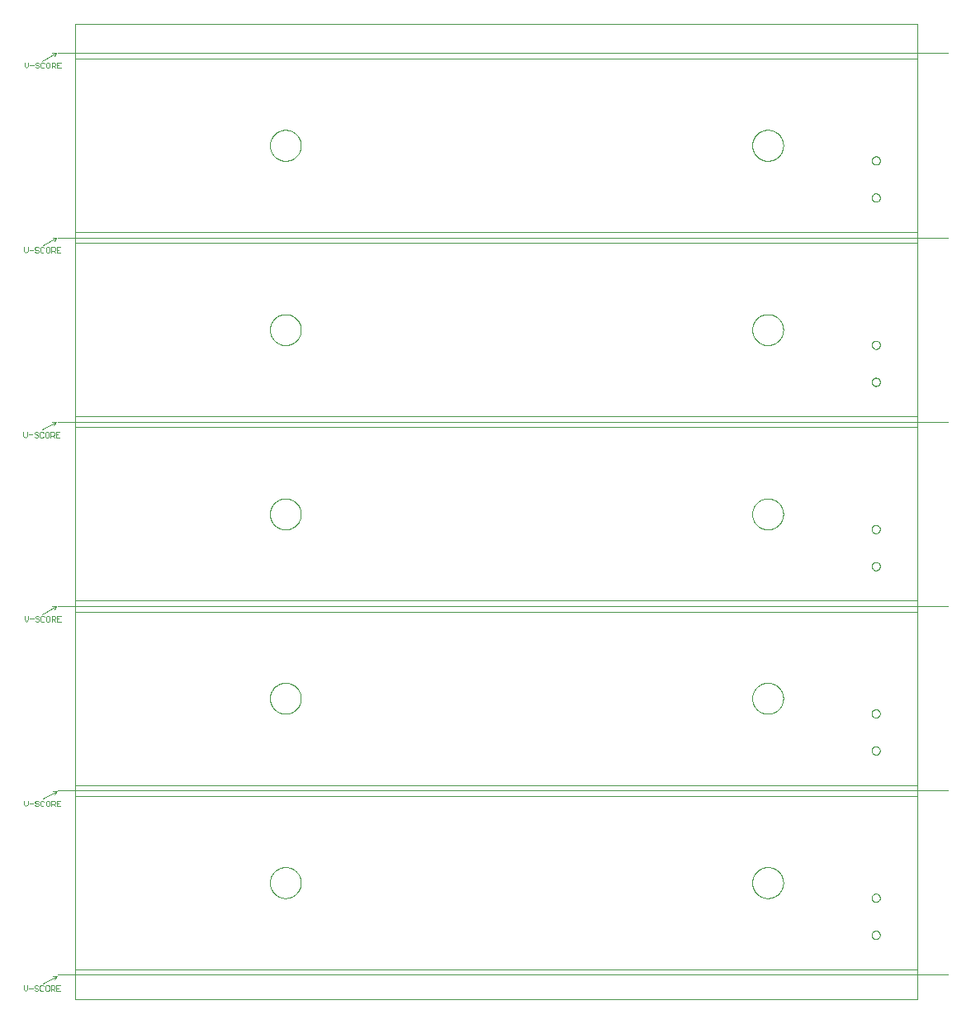
<source format=gbp>
G75*
%MOIN*%
%OFA0B0*%
%FSLAX25Y25*%
%IPPOS*%
%LPD*%
%AMOC8*
5,1,8,0,0,1.08239X$1,22.5*
%
%ADD10C,0.00000*%
%ADD11C,0.00200*%
D10*
X0011100Y0007400D02*
X0016600Y0010500D01*
X0015800Y0009200D01*
X0015100Y0010500D02*
X0016600Y0010500D01*
X0016900Y0011000D02*
X0376300Y0011000D01*
X0363900Y0013200D02*
X0023900Y0013200D01*
X0023900Y0083200D01*
X0363900Y0083200D01*
X0363900Y0013200D01*
X0363900Y0001000D02*
X0363900Y0394701D01*
X0023900Y0394701D01*
X0023900Y0001000D01*
X0363900Y0001000D01*
X0345566Y0027120D02*
X0345568Y0027201D01*
X0345574Y0027283D01*
X0345584Y0027364D01*
X0345598Y0027444D01*
X0345615Y0027523D01*
X0345637Y0027602D01*
X0345662Y0027679D01*
X0345691Y0027756D01*
X0345724Y0027830D01*
X0345761Y0027903D01*
X0345800Y0027974D01*
X0345844Y0028043D01*
X0345890Y0028110D01*
X0345940Y0028174D01*
X0345993Y0028236D01*
X0346049Y0028296D01*
X0346107Y0028352D01*
X0346169Y0028406D01*
X0346233Y0028457D01*
X0346299Y0028504D01*
X0346367Y0028548D01*
X0346438Y0028589D01*
X0346510Y0028626D01*
X0346585Y0028660D01*
X0346660Y0028690D01*
X0346738Y0028716D01*
X0346816Y0028739D01*
X0346895Y0028757D01*
X0346975Y0028772D01*
X0347056Y0028783D01*
X0347137Y0028790D01*
X0347219Y0028793D01*
X0347300Y0028792D01*
X0347381Y0028787D01*
X0347462Y0028778D01*
X0347543Y0028765D01*
X0347623Y0028748D01*
X0347701Y0028728D01*
X0347779Y0028703D01*
X0347856Y0028675D01*
X0347931Y0028643D01*
X0348004Y0028608D01*
X0348075Y0028569D01*
X0348145Y0028526D01*
X0348212Y0028481D01*
X0348278Y0028432D01*
X0348340Y0028380D01*
X0348400Y0028324D01*
X0348457Y0028266D01*
X0348512Y0028206D01*
X0348563Y0028142D01*
X0348611Y0028077D01*
X0348656Y0028009D01*
X0348698Y0027939D01*
X0348736Y0027867D01*
X0348771Y0027793D01*
X0348802Y0027718D01*
X0348829Y0027641D01*
X0348852Y0027563D01*
X0348872Y0027484D01*
X0348888Y0027404D01*
X0348900Y0027323D01*
X0348908Y0027242D01*
X0348912Y0027161D01*
X0348912Y0027079D01*
X0348908Y0026998D01*
X0348900Y0026917D01*
X0348888Y0026836D01*
X0348872Y0026756D01*
X0348852Y0026677D01*
X0348829Y0026599D01*
X0348802Y0026522D01*
X0348771Y0026447D01*
X0348736Y0026373D01*
X0348698Y0026301D01*
X0348656Y0026231D01*
X0348611Y0026163D01*
X0348563Y0026098D01*
X0348512Y0026034D01*
X0348457Y0025974D01*
X0348400Y0025916D01*
X0348340Y0025860D01*
X0348278Y0025808D01*
X0348212Y0025759D01*
X0348145Y0025714D01*
X0348076Y0025671D01*
X0348004Y0025632D01*
X0347931Y0025597D01*
X0347856Y0025565D01*
X0347779Y0025537D01*
X0347701Y0025512D01*
X0347623Y0025492D01*
X0347543Y0025475D01*
X0347462Y0025462D01*
X0347381Y0025453D01*
X0347300Y0025448D01*
X0347219Y0025447D01*
X0347137Y0025450D01*
X0347056Y0025457D01*
X0346975Y0025468D01*
X0346895Y0025483D01*
X0346816Y0025501D01*
X0346738Y0025524D01*
X0346660Y0025550D01*
X0346585Y0025580D01*
X0346510Y0025614D01*
X0346438Y0025651D01*
X0346367Y0025692D01*
X0346299Y0025736D01*
X0346233Y0025783D01*
X0346169Y0025834D01*
X0346107Y0025888D01*
X0346049Y0025944D01*
X0345993Y0026004D01*
X0345940Y0026066D01*
X0345890Y0026130D01*
X0345844Y0026197D01*
X0345800Y0026266D01*
X0345761Y0026337D01*
X0345724Y0026410D01*
X0345691Y0026484D01*
X0345662Y0026561D01*
X0345637Y0026638D01*
X0345615Y0026717D01*
X0345598Y0026796D01*
X0345584Y0026876D01*
X0345574Y0026957D01*
X0345568Y0027039D01*
X0345566Y0027120D01*
X0345566Y0042080D02*
X0345568Y0042161D01*
X0345574Y0042243D01*
X0345584Y0042324D01*
X0345598Y0042404D01*
X0345615Y0042483D01*
X0345637Y0042562D01*
X0345662Y0042639D01*
X0345691Y0042716D01*
X0345724Y0042790D01*
X0345761Y0042863D01*
X0345800Y0042934D01*
X0345844Y0043003D01*
X0345890Y0043070D01*
X0345940Y0043134D01*
X0345993Y0043196D01*
X0346049Y0043256D01*
X0346107Y0043312D01*
X0346169Y0043366D01*
X0346233Y0043417D01*
X0346299Y0043464D01*
X0346367Y0043508D01*
X0346438Y0043549D01*
X0346510Y0043586D01*
X0346585Y0043620D01*
X0346660Y0043650D01*
X0346738Y0043676D01*
X0346816Y0043699D01*
X0346895Y0043717D01*
X0346975Y0043732D01*
X0347056Y0043743D01*
X0347137Y0043750D01*
X0347219Y0043753D01*
X0347300Y0043752D01*
X0347381Y0043747D01*
X0347462Y0043738D01*
X0347543Y0043725D01*
X0347623Y0043708D01*
X0347701Y0043688D01*
X0347779Y0043663D01*
X0347856Y0043635D01*
X0347931Y0043603D01*
X0348004Y0043568D01*
X0348075Y0043529D01*
X0348145Y0043486D01*
X0348212Y0043441D01*
X0348278Y0043392D01*
X0348340Y0043340D01*
X0348400Y0043284D01*
X0348457Y0043226D01*
X0348512Y0043166D01*
X0348563Y0043102D01*
X0348611Y0043037D01*
X0348656Y0042969D01*
X0348698Y0042899D01*
X0348736Y0042827D01*
X0348771Y0042753D01*
X0348802Y0042678D01*
X0348829Y0042601D01*
X0348852Y0042523D01*
X0348872Y0042444D01*
X0348888Y0042364D01*
X0348900Y0042283D01*
X0348908Y0042202D01*
X0348912Y0042121D01*
X0348912Y0042039D01*
X0348908Y0041958D01*
X0348900Y0041877D01*
X0348888Y0041796D01*
X0348872Y0041716D01*
X0348852Y0041637D01*
X0348829Y0041559D01*
X0348802Y0041482D01*
X0348771Y0041407D01*
X0348736Y0041333D01*
X0348698Y0041261D01*
X0348656Y0041191D01*
X0348611Y0041123D01*
X0348563Y0041058D01*
X0348512Y0040994D01*
X0348457Y0040934D01*
X0348400Y0040876D01*
X0348340Y0040820D01*
X0348278Y0040768D01*
X0348212Y0040719D01*
X0348145Y0040674D01*
X0348076Y0040631D01*
X0348004Y0040592D01*
X0347931Y0040557D01*
X0347856Y0040525D01*
X0347779Y0040497D01*
X0347701Y0040472D01*
X0347623Y0040452D01*
X0347543Y0040435D01*
X0347462Y0040422D01*
X0347381Y0040413D01*
X0347300Y0040408D01*
X0347219Y0040407D01*
X0347137Y0040410D01*
X0347056Y0040417D01*
X0346975Y0040428D01*
X0346895Y0040443D01*
X0346816Y0040461D01*
X0346738Y0040484D01*
X0346660Y0040510D01*
X0346585Y0040540D01*
X0346510Y0040574D01*
X0346438Y0040611D01*
X0346367Y0040652D01*
X0346299Y0040696D01*
X0346233Y0040743D01*
X0346169Y0040794D01*
X0346107Y0040848D01*
X0346049Y0040904D01*
X0345993Y0040964D01*
X0345940Y0041026D01*
X0345890Y0041090D01*
X0345844Y0041157D01*
X0345800Y0041226D01*
X0345761Y0041297D01*
X0345724Y0041370D01*
X0345691Y0041444D01*
X0345662Y0041521D01*
X0345637Y0041598D01*
X0345615Y0041677D01*
X0345598Y0041756D01*
X0345584Y0041836D01*
X0345574Y0041917D01*
X0345568Y0041999D01*
X0345566Y0042080D01*
X0376300Y0085400D02*
X0016900Y0085400D01*
X0016600Y0085200D02*
X0015800Y0083900D01*
X0015100Y0085200D02*
X0016600Y0085200D01*
X0011100Y0082100D01*
X0023900Y0087600D02*
X0023900Y0157600D01*
X0363900Y0157600D01*
X0363900Y0087600D01*
X0023900Y0087600D01*
X0010800Y0156600D02*
X0016300Y0159700D01*
X0015500Y0158400D01*
X0014800Y0159700D02*
X0016300Y0159700D01*
X0016900Y0159800D02*
X0376300Y0159800D01*
X0363900Y0162000D02*
X0023900Y0162000D01*
X0023900Y0232000D01*
X0363900Y0232000D01*
X0363900Y0162000D01*
X0345566Y0175920D02*
X0345568Y0176001D01*
X0345574Y0176083D01*
X0345584Y0176164D01*
X0345598Y0176244D01*
X0345615Y0176323D01*
X0345637Y0176402D01*
X0345662Y0176479D01*
X0345691Y0176556D01*
X0345724Y0176630D01*
X0345761Y0176703D01*
X0345800Y0176774D01*
X0345844Y0176843D01*
X0345890Y0176910D01*
X0345940Y0176974D01*
X0345993Y0177036D01*
X0346049Y0177096D01*
X0346107Y0177152D01*
X0346169Y0177206D01*
X0346233Y0177257D01*
X0346299Y0177304D01*
X0346367Y0177348D01*
X0346438Y0177389D01*
X0346510Y0177426D01*
X0346585Y0177460D01*
X0346660Y0177490D01*
X0346738Y0177516D01*
X0346816Y0177539D01*
X0346895Y0177557D01*
X0346975Y0177572D01*
X0347056Y0177583D01*
X0347137Y0177590D01*
X0347219Y0177593D01*
X0347300Y0177592D01*
X0347381Y0177587D01*
X0347462Y0177578D01*
X0347543Y0177565D01*
X0347623Y0177548D01*
X0347701Y0177528D01*
X0347779Y0177503D01*
X0347856Y0177475D01*
X0347931Y0177443D01*
X0348004Y0177408D01*
X0348075Y0177369D01*
X0348145Y0177326D01*
X0348212Y0177281D01*
X0348278Y0177232D01*
X0348340Y0177180D01*
X0348400Y0177124D01*
X0348457Y0177066D01*
X0348512Y0177006D01*
X0348563Y0176942D01*
X0348611Y0176877D01*
X0348656Y0176809D01*
X0348698Y0176739D01*
X0348736Y0176667D01*
X0348771Y0176593D01*
X0348802Y0176518D01*
X0348829Y0176441D01*
X0348852Y0176363D01*
X0348872Y0176284D01*
X0348888Y0176204D01*
X0348900Y0176123D01*
X0348908Y0176042D01*
X0348912Y0175961D01*
X0348912Y0175879D01*
X0348908Y0175798D01*
X0348900Y0175717D01*
X0348888Y0175636D01*
X0348872Y0175556D01*
X0348852Y0175477D01*
X0348829Y0175399D01*
X0348802Y0175322D01*
X0348771Y0175247D01*
X0348736Y0175173D01*
X0348698Y0175101D01*
X0348656Y0175031D01*
X0348611Y0174963D01*
X0348563Y0174898D01*
X0348512Y0174834D01*
X0348457Y0174774D01*
X0348400Y0174716D01*
X0348340Y0174660D01*
X0348278Y0174608D01*
X0348212Y0174559D01*
X0348145Y0174514D01*
X0348076Y0174471D01*
X0348004Y0174432D01*
X0347931Y0174397D01*
X0347856Y0174365D01*
X0347779Y0174337D01*
X0347701Y0174312D01*
X0347623Y0174292D01*
X0347543Y0174275D01*
X0347462Y0174262D01*
X0347381Y0174253D01*
X0347300Y0174248D01*
X0347219Y0174247D01*
X0347137Y0174250D01*
X0347056Y0174257D01*
X0346975Y0174268D01*
X0346895Y0174283D01*
X0346816Y0174301D01*
X0346738Y0174324D01*
X0346660Y0174350D01*
X0346585Y0174380D01*
X0346510Y0174414D01*
X0346438Y0174451D01*
X0346367Y0174492D01*
X0346299Y0174536D01*
X0346233Y0174583D01*
X0346169Y0174634D01*
X0346107Y0174688D01*
X0346049Y0174744D01*
X0345993Y0174804D01*
X0345940Y0174866D01*
X0345890Y0174930D01*
X0345844Y0174997D01*
X0345800Y0175066D01*
X0345761Y0175137D01*
X0345724Y0175210D01*
X0345691Y0175284D01*
X0345662Y0175361D01*
X0345637Y0175438D01*
X0345615Y0175517D01*
X0345598Y0175596D01*
X0345584Y0175676D01*
X0345574Y0175757D01*
X0345568Y0175839D01*
X0345566Y0175920D01*
X0345566Y0190880D02*
X0345568Y0190961D01*
X0345574Y0191043D01*
X0345584Y0191124D01*
X0345598Y0191204D01*
X0345615Y0191283D01*
X0345637Y0191362D01*
X0345662Y0191439D01*
X0345691Y0191516D01*
X0345724Y0191590D01*
X0345761Y0191663D01*
X0345800Y0191734D01*
X0345844Y0191803D01*
X0345890Y0191870D01*
X0345940Y0191934D01*
X0345993Y0191996D01*
X0346049Y0192056D01*
X0346107Y0192112D01*
X0346169Y0192166D01*
X0346233Y0192217D01*
X0346299Y0192264D01*
X0346367Y0192308D01*
X0346438Y0192349D01*
X0346510Y0192386D01*
X0346585Y0192420D01*
X0346660Y0192450D01*
X0346738Y0192476D01*
X0346816Y0192499D01*
X0346895Y0192517D01*
X0346975Y0192532D01*
X0347056Y0192543D01*
X0347137Y0192550D01*
X0347219Y0192553D01*
X0347300Y0192552D01*
X0347381Y0192547D01*
X0347462Y0192538D01*
X0347543Y0192525D01*
X0347623Y0192508D01*
X0347701Y0192488D01*
X0347779Y0192463D01*
X0347856Y0192435D01*
X0347931Y0192403D01*
X0348004Y0192368D01*
X0348075Y0192329D01*
X0348145Y0192286D01*
X0348212Y0192241D01*
X0348278Y0192192D01*
X0348340Y0192140D01*
X0348400Y0192084D01*
X0348457Y0192026D01*
X0348512Y0191966D01*
X0348563Y0191902D01*
X0348611Y0191837D01*
X0348656Y0191769D01*
X0348698Y0191699D01*
X0348736Y0191627D01*
X0348771Y0191553D01*
X0348802Y0191478D01*
X0348829Y0191401D01*
X0348852Y0191323D01*
X0348872Y0191244D01*
X0348888Y0191164D01*
X0348900Y0191083D01*
X0348908Y0191002D01*
X0348912Y0190921D01*
X0348912Y0190839D01*
X0348908Y0190758D01*
X0348900Y0190677D01*
X0348888Y0190596D01*
X0348872Y0190516D01*
X0348852Y0190437D01*
X0348829Y0190359D01*
X0348802Y0190282D01*
X0348771Y0190207D01*
X0348736Y0190133D01*
X0348698Y0190061D01*
X0348656Y0189991D01*
X0348611Y0189923D01*
X0348563Y0189858D01*
X0348512Y0189794D01*
X0348457Y0189734D01*
X0348400Y0189676D01*
X0348340Y0189620D01*
X0348278Y0189568D01*
X0348212Y0189519D01*
X0348145Y0189474D01*
X0348076Y0189431D01*
X0348004Y0189392D01*
X0347931Y0189357D01*
X0347856Y0189325D01*
X0347779Y0189297D01*
X0347701Y0189272D01*
X0347623Y0189252D01*
X0347543Y0189235D01*
X0347462Y0189222D01*
X0347381Y0189213D01*
X0347300Y0189208D01*
X0347219Y0189207D01*
X0347137Y0189210D01*
X0347056Y0189217D01*
X0346975Y0189228D01*
X0346895Y0189243D01*
X0346816Y0189261D01*
X0346738Y0189284D01*
X0346660Y0189310D01*
X0346585Y0189340D01*
X0346510Y0189374D01*
X0346438Y0189411D01*
X0346367Y0189452D01*
X0346299Y0189496D01*
X0346233Y0189543D01*
X0346169Y0189594D01*
X0346107Y0189648D01*
X0346049Y0189704D01*
X0345993Y0189764D01*
X0345940Y0189826D01*
X0345890Y0189890D01*
X0345844Y0189957D01*
X0345800Y0190026D01*
X0345761Y0190097D01*
X0345724Y0190170D01*
X0345691Y0190244D01*
X0345662Y0190321D01*
X0345637Y0190398D01*
X0345615Y0190477D01*
X0345598Y0190556D01*
X0345584Y0190636D01*
X0345574Y0190717D01*
X0345568Y0190799D01*
X0345566Y0190880D01*
X0297350Y0197000D02*
X0297352Y0197158D01*
X0297358Y0197315D01*
X0297368Y0197473D01*
X0297382Y0197630D01*
X0297400Y0197786D01*
X0297421Y0197943D01*
X0297447Y0198098D01*
X0297477Y0198253D01*
X0297510Y0198407D01*
X0297548Y0198560D01*
X0297589Y0198713D01*
X0297634Y0198864D01*
X0297683Y0199014D01*
X0297736Y0199162D01*
X0297792Y0199310D01*
X0297853Y0199455D01*
X0297916Y0199600D01*
X0297984Y0199742D01*
X0298055Y0199883D01*
X0298129Y0200022D01*
X0298207Y0200159D01*
X0298289Y0200294D01*
X0298373Y0200427D01*
X0298462Y0200558D01*
X0298553Y0200686D01*
X0298648Y0200813D01*
X0298745Y0200936D01*
X0298846Y0201058D01*
X0298950Y0201176D01*
X0299057Y0201292D01*
X0299167Y0201405D01*
X0299279Y0201516D01*
X0299395Y0201623D01*
X0299513Y0201728D01*
X0299633Y0201830D01*
X0299756Y0201928D01*
X0299882Y0202024D01*
X0300010Y0202116D01*
X0300140Y0202205D01*
X0300272Y0202291D01*
X0300407Y0202373D01*
X0300544Y0202452D01*
X0300682Y0202527D01*
X0300822Y0202599D01*
X0300965Y0202667D01*
X0301108Y0202732D01*
X0301254Y0202793D01*
X0301401Y0202850D01*
X0301549Y0202904D01*
X0301699Y0202954D01*
X0301849Y0203000D01*
X0302001Y0203042D01*
X0302154Y0203081D01*
X0302308Y0203115D01*
X0302463Y0203146D01*
X0302618Y0203172D01*
X0302774Y0203195D01*
X0302931Y0203214D01*
X0303088Y0203229D01*
X0303245Y0203240D01*
X0303403Y0203247D01*
X0303561Y0203250D01*
X0303718Y0203249D01*
X0303876Y0203244D01*
X0304033Y0203235D01*
X0304191Y0203222D01*
X0304347Y0203205D01*
X0304504Y0203184D01*
X0304659Y0203160D01*
X0304814Y0203131D01*
X0304969Y0203098D01*
X0305122Y0203062D01*
X0305275Y0203021D01*
X0305426Y0202977D01*
X0305576Y0202929D01*
X0305725Y0202878D01*
X0305873Y0202822D01*
X0306019Y0202763D01*
X0306164Y0202700D01*
X0306307Y0202633D01*
X0306448Y0202563D01*
X0306587Y0202490D01*
X0306725Y0202413D01*
X0306861Y0202332D01*
X0306994Y0202248D01*
X0307125Y0202161D01*
X0307254Y0202070D01*
X0307381Y0201976D01*
X0307506Y0201879D01*
X0307627Y0201779D01*
X0307747Y0201676D01*
X0307863Y0201570D01*
X0307977Y0201461D01*
X0308089Y0201349D01*
X0308197Y0201235D01*
X0308302Y0201117D01*
X0308405Y0200997D01*
X0308504Y0200875D01*
X0308600Y0200750D01*
X0308693Y0200622D01*
X0308783Y0200493D01*
X0308869Y0200361D01*
X0308953Y0200227D01*
X0309032Y0200091D01*
X0309109Y0199953D01*
X0309181Y0199813D01*
X0309250Y0199671D01*
X0309316Y0199528D01*
X0309378Y0199383D01*
X0309436Y0199236D01*
X0309491Y0199088D01*
X0309542Y0198939D01*
X0309589Y0198788D01*
X0309632Y0198637D01*
X0309671Y0198484D01*
X0309707Y0198330D01*
X0309738Y0198176D01*
X0309766Y0198021D01*
X0309790Y0197865D01*
X0309810Y0197708D01*
X0309826Y0197551D01*
X0309838Y0197394D01*
X0309846Y0197237D01*
X0309850Y0197079D01*
X0309850Y0196921D01*
X0309846Y0196763D01*
X0309838Y0196606D01*
X0309826Y0196449D01*
X0309810Y0196292D01*
X0309790Y0196135D01*
X0309766Y0195979D01*
X0309738Y0195824D01*
X0309707Y0195670D01*
X0309671Y0195516D01*
X0309632Y0195363D01*
X0309589Y0195212D01*
X0309542Y0195061D01*
X0309491Y0194912D01*
X0309436Y0194764D01*
X0309378Y0194617D01*
X0309316Y0194472D01*
X0309250Y0194329D01*
X0309181Y0194187D01*
X0309109Y0194047D01*
X0309032Y0193909D01*
X0308953Y0193773D01*
X0308869Y0193639D01*
X0308783Y0193507D01*
X0308693Y0193378D01*
X0308600Y0193250D01*
X0308504Y0193125D01*
X0308405Y0193003D01*
X0308302Y0192883D01*
X0308197Y0192765D01*
X0308089Y0192651D01*
X0307977Y0192539D01*
X0307863Y0192430D01*
X0307747Y0192324D01*
X0307627Y0192221D01*
X0307506Y0192121D01*
X0307381Y0192024D01*
X0307254Y0191930D01*
X0307125Y0191839D01*
X0306994Y0191752D01*
X0306861Y0191668D01*
X0306725Y0191587D01*
X0306587Y0191510D01*
X0306448Y0191437D01*
X0306307Y0191367D01*
X0306164Y0191300D01*
X0306019Y0191237D01*
X0305873Y0191178D01*
X0305725Y0191122D01*
X0305576Y0191071D01*
X0305426Y0191023D01*
X0305275Y0190979D01*
X0305122Y0190938D01*
X0304969Y0190902D01*
X0304814Y0190869D01*
X0304659Y0190840D01*
X0304504Y0190816D01*
X0304347Y0190795D01*
X0304191Y0190778D01*
X0304033Y0190765D01*
X0303876Y0190756D01*
X0303718Y0190751D01*
X0303561Y0190750D01*
X0303403Y0190753D01*
X0303245Y0190760D01*
X0303088Y0190771D01*
X0302931Y0190786D01*
X0302774Y0190805D01*
X0302618Y0190828D01*
X0302463Y0190854D01*
X0302308Y0190885D01*
X0302154Y0190919D01*
X0302001Y0190958D01*
X0301849Y0191000D01*
X0301699Y0191046D01*
X0301549Y0191096D01*
X0301401Y0191150D01*
X0301254Y0191207D01*
X0301108Y0191268D01*
X0300965Y0191333D01*
X0300822Y0191401D01*
X0300682Y0191473D01*
X0300544Y0191548D01*
X0300407Y0191627D01*
X0300272Y0191709D01*
X0300140Y0191795D01*
X0300010Y0191884D01*
X0299882Y0191976D01*
X0299756Y0192072D01*
X0299633Y0192170D01*
X0299513Y0192272D01*
X0299395Y0192377D01*
X0299279Y0192484D01*
X0299167Y0192595D01*
X0299057Y0192708D01*
X0298950Y0192824D01*
X0298846Y0192942D01*
X0298745Y0193064D01*
X0298648Y0193187D01*
X0298553Y0193314D01*
X0298462Y0193442D01*
X0298373Y0193573D01*
X0298289Y0193706D01*
X0298207Y0193841D01*
X0298129Y0193978D01*
X0298055Y0194117D01*
X0297984Y0194258D01*
X0297916Y0194400D01*
X0297853Y0194545D01*
X0297792Y0194690D01*
X0297736Y0194838D01*
X0297683Y0194986D01*
X0297634Y0195136D01*
X0297589Y0195287D01*
X0297548Y0195440D01*
X0297510Y0195593D01*
X0297477Y0195747D01*
X0297447Y0195902D01*
X0297421Y0196057D01*
X0297400Y0196214D01*
X0297382Y0196370D01*
X0297368Y0196527D01*
X0297358Y0196685D01*
X0297352Y0196842D01*
X0297350Y0197000D01*
X0345566Y0250320D02*
X0345568Y0250401D01*
X0345574Y0250483D01*
X0345584Y0250564D01*
X0345598Y0250644D01*
X0345615Y0250723D01*
X0345637Y0250802D01*
X0345662Y0250879D01*
X0345691Y0250956D01*
X0345724Y0251030D01*
X0345761Y0251103D01*
X0345800Y0251174D01*
X0345844Y0251243D01*
X0345890Y0251310D01*
X0345940Y0251374D01*
X0345993Y0251436D01*
X0346049Y0251496D01*
X0346107Y0251552D01*
X0346169Y0251606D01*
X0346233Y0251657D01*
X0346299Y0251704D01*
X0346367Y0251748D01*
X0346438Y0251789D01*
X0346510Y0251826D01*
X0346585Y0251860D01*
X0346660Y0251890D01*
X0346738Y0251916D01*
X0346816Y0251939D01*
X0346895Y0251957D01*
X0346975Y0251972D01*
X0347056Y0251983D01*
X0347137Y0251990D01*
X0347219Y0251993D01*
X0347300Y0251992D01*
X0347381Y0251987D01*
X0347462Y0251978D01*
X0347543Y0251965D01*
X0347623Y0251948D01*
X0347701Y0251928D01*
X0347779Y0251903D01*
X0347856Y0251875D01*
X0347931Y0251843D01*
X0348004Y0251808D01*
X0348075Y0251769D01*
X0348145Y0251726D01*
X0348212Y0251681D01*
X0348278Y0251632D01*
X0348340Y0251580D01*
X0348400Y0251524D01*
X0348457Y0251466D01*
X0348512Y0251406D01*
X0348563Y0251342D01*
X0348611Y0251277D01*
X0348656Y0251209D01*
X0348698Y0251139D01*
X0348736Y0251067D01*
X0348771Y0250993D01*
X0348802Y0250918D01*
X0348829Y0250841D01*
X0348852Y0250763D01*
X0348872Y0250684D01*
X0348888Y0250604D01*
X0348900Y0250523D01*
X0348908Y0250442D01*
X0348912Y0250361D01*
X0348912Y0250279D01*
X0348908Y0250198D01*
X0348900Y0250117D01*
X0348888Y0250036D01*
X0348872Y0249956D01*
X0348852Y0249877D01*
X0348829Y0249799D01*
X0348802Y0249722D01*
X0348771Y0249647D01*
X0348736Y0249573D01*
X0348698Y0249501D01*
X0348656Y0249431D01*
X0348611Y0249363D01*
X0348563Y0249298D01*
X0348512Y0249234D01*
X0348457Y0249174D01*
X0348400Y0249116D01*
X0348340Y0249060D01*
X0348278Y0249008D01*
X0348212Y0248959D01*
X0348145Y0248914D01*
X0348076Y0248871D01*
X0348004Y0248832D01*
X0347931Y0248797D01*
X0347856Y0248765D01*
X0347779Y0248737D01*
X0347701Y0248712D01*
X0347623Y0248692D01*
X0347543Y0248675D01*
X0347462Y0248662D01*
X0347381Y0248653D01*
X0347300Y0248648D01*
X0347219Y0248647D01*
X0347137Y0248650D01*
X0347056Y0248657D01*
X0346975Y0248668D01*
X0346895Y0248683D01*
X0346816Y0248701D01*
X0346738Y0248724D01*
X0346660Y0248750D01*
X0346585Y0248780D01*
X0346510Y0248814D01*
X0346438Y0248851D01*
X0346367Y0248892D01*
X0346299Y0248936D01*
X0346233Y0248983D01*
X0346169Y0249034D01*
X0346107Y0249088D01*
X0346049Y0249144D01*
X0345993Y0249204D01*
X0345940Y0249266D01*
X0345890Y0249330D01*
X0345844Y0249397D01*
X0345800Y0249466D01*
X0345761Y0249537D01*
X0345724Y0249610D01*
X0345691Y0249684D01*
X0345662Y0249761D01*
X0345637Y0249838D01*
X0345615Y0249917D01*
X0345598Y0249996D01*
X0345584Y0250076D01*
X0345574Y0250157D01*
X0345568Y0250239D01*
X0345566Y0250320D01*
X0345566Y0265280D02*
X0345568Y0265361D01*
X0345574Y0265443D01*
X0345584Y0265524D01*
X0345598Y0265604D01*
X0345615Y0265683D01*
X0345637Y0265762D01*
X0345662Y0265839D01*
X0345691Y0265916D01*
X0345724Y0265990D01*
X0345761Y0266063D01*
X0345800Y0266134D01*
X0345844Y0266203D01*
X0345890Y0266270D01*
X0345940Y0266334D01*
X0345993Y0266396D01*
X0346049Y0266456D01*
X0346107Y0266512D01*
X0346169Y0266566D01*
X0346233Y0266617D01*
X0346299Y0266664D01*
X0346367Y0266708D01*
X0346438Y0266749D01*
X0346510Y0266786D01*
X0346585Y0266820D01*
X0346660Y0266850D01*
X0346738Y0266876D01*
X0346816Y0266899D01*
X0346895Y0266917D01*
X0346975Y0266932D01*
X0347056Y0266943D01*
X0347137Y0266950D01*
X0347219Y0266953D01*
X0347300Y0266952D01*
X0347381Y0266947D01*
X0347462Y0266938D01*
X0347543Y0266925D01*
X0347623Y0266908D01*
X0347701Y0266888D01*
X0347779Y0266863D01*
X0347856Y0266835D01*
X0347931Y0266803D01*
X0348004Y0266768D01*
X0348075Y0266729D01*
X0348145Y0266686D01*
X0348212Y0266641D01*
X0348278Y0266592D01*
X0348340Y0266540D01*
X0348400Y0266484D01*
X0348457Y0266426D01*
X0348512Y0266366D01*
X0348563Y0266302D01*
X0348611Y0266237D01*
X0348656Y0266169D01*
X0348698Y0266099D01*
X0348736Y0266027D01*
X0348771Y0265953D01*
X0348802Y0265878D01*
X0348829Y0265801D01*
X0348852Y0265723D01*
X0348872Y0265644D01*
X0348888Y0265564D01*
X0348900Y0265483D01*
X0348908Y0265402D01*
X0348912Y0265321D01*
X0348912Y0265239D01*
X0348908Y0265158D01*
X0348900Y0265077D01*
X0348888Y0264996D01*
X0348872Y0264916D01*
X0348852Y0264837D01*
X0348829Y0264759D01*
X0348802Y0264682D01*
X0348771Y0264607D01*
X0348736Y0264533D01*
X0348698Y0264461D01*
X0348656Y0264391D01*
X0348611Y0264323D01*
X0348563Y0264258D01*
X0348512Y0264194D01*
X0348457Y0264134D01*
X0348400Y0264076D01*
X0348340Y0264020D01*
X0348278Y0263968D01*
X0348212Y0263919D01*
X0348145Y0263874D01*
X0348076Y0263831D01*
X0348004Y0263792D01*
X0347931Y0263757D01*
X0347856Y0263725D01*
X0347779Y0263697D01*
X0347701Y0263672D01*
X0347623Y0263652D01*
X0347543Y0263635D01*
X0347462Y0263622D01*
X0347381Y0263613D01*
X0347300Y0263608D01*
X0347219Y0263607D01*
X0347137Y0263610D01*
X0347056Y0263617D01*
X0346975Y0263628D01*
X0346895Y0263643D01*
X0346816Y0263661D01*
X0346738Y0263684D01*
X0346660Y0263710D01*
X0346585Y0263740D01*
X0346510Y0263774D01*
X0346438Y0263811D01*
X0346367Y0263852D01*
X0346299Y0263896D01*
X0346233Y0263943D01*
X0346169Y0263994D01*
X0346107Y0264048D01*
X0346049Y0264104D01*
X0345993Y0264164D01*
X0345940Y0264226D01*
X0345890Y0264290D01*
X0345844Y0264357D01*
X0345800Y0264426D01*
X0345761Y0264497D01*
X0345724Y0264570D01*
X0345691Y0264644D01*
X0345662Y0264721D01*
X0345637Y0264798D01*
X0345615Y0264877D01*
X0345598Y0264956D01*
X0345584Y0265036D01*
X0345574Y0265117D01*
X0345568Y0265199D01*
X0345566Y0265280D01*
X0363900Y0236400D02*
X0023900Y0236400D01*
X0023900Y0306400D01*
X0363900Y0306400D01*
X0363900Y0236400D01*
X0376300Y0234200D02*
X0016900Y0234200D01*
X0016200Y0234100D02*
X0015400Y0232800D01*
X0014700Y0234100D02*
X0016200Y0234100D01*
X0010700Y0231000D01*
X0010900Y0305400D02*
X0016400Y0308500D01*
X0015600Y0307200D01*
X0014900Y0308500D02*
X0016400Y0308500D01*
X0016900Y0308600D02*
X0376300Y0308600D01*
X0363900Y0310800D02*
X0023900Y0310800D01*
X0023900Y0380800D01*
X0363900Y0380800D01*
X0363900Y0310800D01*
X0345566Y0324720D02*
X0345568Y0324801D01*
X0345574Y0324883D01*
X0345584Y0324964D01*
X0345598Y0325044D01*
X0345615Y0325123D01*
X0345637Y0325202D01*
X0345662Y0325279D01*
X0345691Y0325356D01*
X0345724Y0325430D01*
X0345761Y0325503D01*
X0345800Y0325574D01*
X0345844Y0325643D01*
X0345890Y0325710D01*
X0345940Y0325774D01*
X0345993Y0325836D01*
X0346049Y0325896D01*
X0346107Y0325952D01*
X0346169Y0326006D01*
X0346233Y0326057D01*
X0346299Y0326104D01*
X0346367Y0326148D01*
X0346438Y0326189D01*
X0346510Y0326226D01*
X0346585Y0326260D01*
X0346660Y0326290D01*
X0346738Y0326316D01*
X0346816Y0326339D01*
X0346895Y0326357D01*
X0346975Y0326372D01*
X0347056Y0326383D01*
X0347137Y0326390D01*
X0347219Y0326393D01*
X0347300Y0326392D01*
X0347381Y0326387D01*
X0347462Y0326378D01*
X0347543Y0326365D01*
X0347623Y0326348D01*
X0347701Y0326328D01*
X0347779Y0326303D01*
X0347856Y0326275D01*
X0347931Y0326243D01*
X0348004Y0326208D01*
X0348075Y0326169D01*
X0348145Y0326126D01*
X0348212Y0326081D01*
X0348278Y0326032D01*
X0348340Y0325980D01*
X0348400Y0325924D01*
X0348457Y0325866D01*
X0348512Y0325806D01*
X0348563Y0325742D01*
X0348611Y0325677D01*
X0348656Y0325609D01*
X0348698Y0325539D01*
X0348736Y0325467D01*
X0348771Y0325393D01*
X0348802Y0325318D01*
X0348829Y0325241D01*
X0348852Y0325163D01*
X0348872Y0325084D01*
X0348888Y0325004D01*
X0348900Y0324923D01*
X0348908Y0324842D01*
X0348912Y0324761D01*
X0348912Y0324679D01*
X0348908Y0324598D01*
X0348900Y0324517D01*
X0348888Y0324436D01*
X0348872Y0324356D01*
X0348852Y0324277D01*
X0348829Y0324199D01*
X0348802Y0324122D01*
X0348771Y0324047D01*
X0348736Y0323973D01*
X0348698Y0323901D01*
X0348656Y0323831D01*
X0348611Y0323763D01*
X0348563Y0323698D01*
X0348512Y0323634D01*
X0348457Y0323574D01*
X0348400Y0323516D01*
X0348340Y0323460D01*
X0348278Y0323408D01*
X0348212Y0323359D01*
X0348145Y0323314D01*
X0348076Y0323271D01*
X0348004Y0323232D01*
X0347931Y0323197D01*
X0347856Y0323165D01*
X0347779Y0323137D01*
X0347701Y0323112D01*
X0347623Y0323092D01*
X0347543Y0323075D01*
X0347462Y0323062D01*
X0347381Y0323053D01*
X0347300Y0323048D01*
X0347219Y0323047D01*
X0347137Y0323050D01*
X0347056Y0323057D01*
X0346975Y0323068D01*
X0346895Y0323083D01*
X0346816Y0323101D01*
X0346738Y0323124D01*
X0346660Y0323150D01*
X0346585Y0323180D01*
X0346510Y0323214D01*
X0346438Y0323251D01*
X0346367Y0323292D01*
X0346299Y0323336D01*
X0346233Y0323383D01*
X0346169Y0323434D01*
X0346107Y0323488D01*
X0346049Y0323544D01*
X0345993Y0323604D01*
X0345940Y0323666D01*
X0345890Y0323730D01*
X0345844Y0323797D01*
X0345800Y0323866D01*
X0345761Y0323937D01*
X0345724Y0324010D01*
X0345691Y0324084D01*
X0345662Y0324161D01*
X0345637Y0324238D01*
X0345615Y0324317D01*
X0345598Y0324396D01*
X0345584Y0324476D01*
X0345574Y0324557D01*
X0345568Y0324639D01*
X0345566Y0324720D01*
X0345566Y0339680D02*
X0345568Y0339761D01*
X0345574Y0339843D01*
X0345584Y0339924D01*
X0345598Y0340004D01*
X0345615Y0340083D01*
X0345637Y0340162D01*
X0345662Y0340239D01*
X0345691Y0340316D01*
X0345724Y0340390D01*
X0345761Y0340463D01*
X0345800Y0340534D01*
X0345844Y0340603D01*
X0345890Y0340670D01*
X0345940Y0340734D01*
X0345993Y0340796D01*
X0346049Y0340856D01*
X0346107Y0340912D01*
X0346169Y0340966D01*
X0346233Y0341017D01*
X0346299Y0341064D01*
X0346367Y0341108D01*
X0346438Y0341149D01*
X0346510Y0341186D01*
X0346585Y0341220D01*
X0346660Y0341250D01*
X0346738Y0341276D01*
X0346816Y0341299D01*
X0346895Y0341317D01*
X0346975Y0341332D01*
X0347056Y0341343D01*
X0347137Y0341350D01*
X0347219Y0341353D01*
X0347300Y0341352D01*
X0347381Y0341347D01*
X0347462Y0341338D01*
X0347543Y0341325D01*
X0347623Y0341308D01*
X0347701Y0341288D01*
X0347779Y0341263D01*
X0347856Y0341235D01*
X0347931Y0341203D01*
X0348004Y0341168D01*
X0348075Y0341129D01*
X0348145Y0341086D01*
X0348212Y0341041D01*
X0348278Y0340992D01*
X0348340Y0340940D01*
X0348400Y0340884D01*
X0348457Y0340826D01*
X0348512Y0340766D01*
X0348563Y0340702D01*
X0348611Y0340637D01*
X0348656Y0340569D01*
X0348698Y0340499D01*
X0348736Y0340427D01*
X0348771Y0340353D01*
X0348802Y0340278D01*
X0348829Y0340201D01*
X0348852Y0340123D01*
X0348872Y0340044D01*
X0348888Y0339964D01*
X0348900Y0339883D01*
X0348908Y0339802D01*
X0348912Y0339721D01*
X0348912Y0339639D01*
X0348908Y0339558D01*
X0348900Y0339477D01*
X0348888Y0339396D01*
X0348872Y0339316D01*
X0348852Y0339237D01*
X0348829Y0339159D01*
X0348802Y0339082D01*
X0348771Y0339007D01*
X0348736Y0338933D01*
X0348698Y0338861D01*
X0348656Y0338791D01*
X0348611Y0338723D01*
X0348563Y0338658D01*
X0348512Y0338594D01*
X0348457Y0338534D01*
X0348400Y0338476D01*
X0348340Y0338420D01*
X0348278Y0338368D01*
X0348212Y0338319D01*
X0348145Y0338274D01*
X0348076Y0338231D01*
X0348004Y0338192D01*
X0347931Y0338157D01*
X0347856Y0338125D01*
X0347779Y0338097D01*
X0347701Y0338072D01*
X0347623Y0338052D01*
X0347543Y0338035D01*
X0347462Y0338022D01*
X0347381Y0338013D01*
X0347300Y0338008D01*
X0347219Y0338007D01*
X0347137Y0338010D01*
X0347056Y0338017D01*
X0346975Y0338028D01*
X0346895Y0338043D01*
X0346816Y0338061D01*
X0346738Y0338084D01*
X0346660Y0338110D01*
X0346585Y0338140D01*
X0346510Y0338174D01*
X0346438Y0338211D01*
X0346367Y0338252D01*
X0346299Y0338296D01*
X0346233Y0338343D01*
X0346169Y0338394D01*
X0346107Y0338448D01*
X0346049Y0338504D01*
X0345993Y0338564D01*
X0345940Y0338626D01*
X0345890Y0338690D01*
X0345844Y0338757D01*
X0345800Y0338826D01*
X0345761Y0338897D01*
X0345724Y0338970D01*
X0345691Y0339044D01*
X0345662Y0339121D01*
X0345637Y0339198D01*
X0345615Y0339277D01*
X0345598Y0339356D01*
X0345584Y0339436D01*
X0345574Y0339517D01*
X0345568Y0339599D01*
X0345566Y0339680D01*
X0376300Y0383000D02*
X0016900Y0383000D01*
X0016300Y0383000D02*
X0015500Y0381700D01*
X0014800Y0383000D02*
X0016300Y0383000D01*
X0010800Y0379900D01*
X0102650Y0345800D02*
X0102652Y0345958D01*
X0102658Y0346115D01*
X0102668Y0346273D01*
X0102682Y0346430D01*
X0102700Y0346586D01*
X0102721Y0346743D01*
X0102747Y0346898D01*
X0102777Y0347053D01*
X0102810Y0347207D01*
X0102848Y0347360D01*
X0102889Y0347513D01*
X0102934Y0347664D01*
X0102983Y0347814D01*
X0103036Y0347962D01*
X0103092Y0348110D01*
X0103153Y0348255D01*
X0103216Y0348400D01*
X0103284Y0348542D01*
X0103355Y0348683D01*
X0103429Y0348822D01*
X0103507Y0348959D01*
X0103589Y0349094D01*
X0103673Y0349227D01*
X0103762Y0349358D01*
X0103853Y0349486D01*
X0103948Y0349613D01*
X0104045Y0349736D01*
X0104146Y0349858D01*
X0104250Y0349976D01*
X0104357Y0350092D01*
X0104467Y0350205D01*
X0104579Y0350316D01*
X0104695Y0350423D01*
X0104813Y0350528D01*
X0104933Y0350630D01*
X0105056Y0350728D01*
X0105182Y0350824D01*
X0105310Y0350916D01*
X0105440Y0351005D01*
X0105572Y0351091D01*
X0105707Y0351173D01*
X0105844Y0351252D01*
X0105982Y0351327D01*
X0106122Y0351399D01*
X0106265Y0351467D01*
X0106408Y0351532D01*
X0106554Y0351593D01*
X0106701Y0351650D01*
X0106849Y0351704D01*
X0106999Y0351754D01*
X0107149Y0351800D01*
X0107301Y0351842D01*
X0107454Y0351881D01*
X0107608Y0351915D01*
X0107763Y0351946D01*
X0107918Y0351972D01*
X0108074Y0351995D01*
X0108231Y0352014D01*
X0108388Y0352029D01*
X0108545Y0352040D01*
X0108703Y0352047D01*
X0108861Y0352050D01*
X0109018Y0352049D01*
X0109176Y0352044D01*
X0109333Y0352035D01*
X0109491Y0352022D01*
X0109647Y0352005D01*
X0109804Y0351984D01*
X0109959Y0351960D01*
X0110114Y0351931D01*
X0110269Y0351898D01*
X0110422Y0351862D01*
X0110575Y0351821D01*
X0110726Y0351777D01*
X0110876Y0351729D01*
X0111025Y0351678D01*
X0111173Y0351622D01*
X0111319Y0351563D01*
X0111464Y0351500D01*
X0111607Y0351433D01*
X0111748Y0351363D01*
X0111887Y0351290D01*
X0112025Y0351213D01*
X0112161Y0351132D01*
X0112294Y0351048D01*
X0112425Y0350961D01*
X0112554Y0350870D01*
X0112681Y0350776D01*
X0112806Y0350679D01*
X0112927Y0350579D01*
X0113047Y0350476D01*
X0113163Y0350370D01*
X0113277Y0350261D01*
X0113389Y0350149D01*
X0113497Y0350035D01*
X0113602Y0349917D01*
X0113705Y0349797D01*
X0113804Y0349675D01*
X0113900Y0349550D01*
X0113993Y0349422D01*
X0114083Y0349293D01*
X0114169Y0349161D01*
X0114253Y0349027D01*
X0114332Y0348891D01*
X0114409Y0348753D01*
X0114481Y0348613D01*
X0114550Y0348471D01*
X0114616Y0348328D01*
X0114678Y0348183D01*
X0114736Y0348036D01*
X0114791Y0347888D01*
X0114842Y0347739D01*
X0114889Y0347588D01*
X0114932Y0347437D01*
X0114971Y0347284D01*
X0115007Y0347130D01*
X0115038Y0346976D01*
X0115066Y0346821D01*
X0115090Y0346665D01*
X0115110Y0346508D01*
X0115126Y0346351D01*
X0115138Y0346194D01*
X0115146Y0346037D01*
X0115150Y0345879D01*
X0115150Y0345721D01*
X0115146Y0345563D01*
X0115138Y0345406D01*
X0115126Y0345249D01*
X0115110Y0345092D01*
X0115090Y0344935D01*
X0115066Y0344779D01*
X0115038Y0344624D01*
X0115007Y0344470D01*
X0114971Y0344316D01*
X0114932Y0344163D01*
X0114889Y0344012D01*
X0114842Y0343861D01*
X0114791Y0343712D01*
X0114736Y0343564D01*
X0114678Y0343417D01*
X0114616Y0343272D01*
X0114550Y0343129D01*
X0114481Y0342987D01*
X0114409Y0342847D01*
X0114332Y0342709D01*
X0114253Y0342573D01*
X0114169Y0342439D01*
X0114083Y0342307D01*
X0113993Y0342178D01*
X0113900Y0342050D01*
X0113804Y0341925D01*
X0113705Y0341803D01*
X0113602Y0341683D01*
X0113497Y0341565D01*
X0113389Y0341451D01*
X0113277Y0341339D01*
X0113163Y0341230D01*
X0113047Y0341124D01*
X0112927Y0341021D01*
X0112806Y0340921D01*
X0112681Y0340824D01*
X0112554Y0340730D01*
X0112425Y0340639D01*
X0112294Y0340552D01*
X0112161Y0340468D01*
X0112025Y0340387D01*
X0111887Y0340310D01*
X0111748Y0340237D01*
X0111607Y0340167D01*
X0111464Y0340100D01*
X0111319Y0340037D01*
X0111173Y0339978D01*
X0111025Y0339922D01*
X0110876Y0339871D01*
X0110726Y0339823D01*
X0110575Y0339779D01*
X0110422Y0339738D01*
X0110269Y0339702D01*
X0110114Y0339669D01*
X0109959Y0339640D01*
X0109804Y0339616D01*
X0109647Y0339595D01*
X0109491Y0339578D01*
X0109333Y0339565D01*
X0109176Y0339556D01*
X0109018Y0339551D01*
X0108861Y0339550D01*
X0108703Y0339553D01*
X0108545Y0339560D01*
X0108388Y0339571D01*
X0108231Y0339586D01*
X0108074Y0339605D01*
X0107918Y0339628D01*
X0107763Y0339654D01*
X0107608Y0339685D01*
X0107454Y0339719D01*
X0107301Y0339758D01*
X0107149Y0339800D01*
X0106999Y0339846D01*
X0106849Y0339896D01*
X0106701Y0339950D01*
X0106554Y0340007D01*
X0106408Y0340068D01*
X0106265Y0340133D01*
X0106122Y0340201D01*
X0105982Y0340273D01*
X0105844Y0340348D01*
X0105707Y0340427D01*
X0105572Y0340509D01*
X0105440Y0340595D01*
X0105310Y0340684D01*
X0105182Y0340776D01*
X0105056Y0340872D01*
X0104933Y0340970D01*
X0104813Y0341072D01*
X0104695Y0341177D01*
X0104579Y0341284D01*
X0104467Y0341395D01*
X0104357Y0341508D01*
X0104250Y0341624D01*
X0104146Y0341742D01*
X0104045Y0341864D01*
X0103948Y0341987D01*
X0103853Y0342114D01*
X0103762Y0342242D01*
X0103673Y0342373D01*
X0103589Y0342506D01*
X0103507Y0342641D01*
X0103429Y0342778D01*
X0103355Y0342917D01*
X0103284Y0343058D01*
X0103216Y0343200D01*
X0103153Y0343345D01*
X0103092Y0343490D01*
X0103036Y0343638D01*
X0102983Y0343786D01*
X0102934Y0343936D01*
X0102889Y0344087D01*
X0102848Y0344240D01*
X0102810Y0344393D01*
X0102777Y0344547D01*
X0102747Y0344702D01*
X0102721Y0344857D01*
X0102700Y0345014D01*
X0102682Y0345170D01*
X0102668Y0345327D01*
X0102658Y0345485D01*
X0102652Y0345642D01*
X0102650Y0345800D01*
X0102650Y0271400D02*
X0102652Y0271558D01*
X0102658Y0271715D01*
X0102668Y0271873D01*
X0102682Y0272030D01*
X0102700Y0272186D01*
X0102721Y0272343D01*
X0102747Y0272498D01*
X0102777Y0272653D01*
X0102810Y0272807D01*
X0102848Y0272960D01*
X0102889Y0273113D01*
X0102934Y0273264D01*
X0102983Y0273414D01*
X0103036Y0273562D01*
X0103092Y0273710D01*
X0103153Y0273855D01*
X0103216Y0274000D01*
X0103284Y0274142D01*
X0103355Y0274283D01*
X0103429Y0274422D01*
X0103507Y0274559D01*
X0103589Y0274694D01*
X0103673Y0274827D01*
X0103762Y0274958D01*
X0103853Y0275086D01*
X0103948Y0275213D01*
X0104045Y0275336D01*
X0104146Y0275458D01*
X0104250Y0275576D01*
X0104357Y0275692D01*
X0104467Y0275805D01*
X0104579Y0275916D01*
X0104695Y0276023D01*
X0104813Y0276128D01*
X0104933Y0276230D01*
X0105056Y0276328D01*
X0105182Y0276424D01*
X0105310Y0276516D01*
X0105440Y0276605D01*
X0105572Y0276691D01*
X0105707Y0276773D01*
X0105844Y0276852D01*
X0105982Y0276927D01*
X0106122Y0276999D01*
X0106265Y0277067D01*
X0106408Y0277132D01*
X0106554Y0277193D01*
X0106701Y0277250D01*
X0106849Y0277304D01*
X0106999Y0277354D01*
X0107149Y0277400D01*
X0107301Y0277442D01*
X0107454Y0277481D01*
X0107608Y0277515D01*
X0107763Y0277546D01*
X0107918Y0277572D01*
X0108074Y0277595D01*
X0108231Y0277614D01*
X0108388Y0277629D01*
X0108545Y0277640D01*
X0108703Y0277647D01*
X0108861Y0277650D01*
X0109018Y0277649D01*
X0109176Y0277644D01*
X0109333Y0277635D01*
X0109491Y0277622D01*
X0109647Y0277605D01*
X0109804Y0277584D01*
X0109959Y0277560D01*
X0110114Y0277531D01*
X0110269Y0277498D01*
X0110422Y0277462D01*
X0110575Y0277421D01*
X0110726Y0277377D01*
X0110876Y0277329D01*
X0111025Y0277278D01*
X0111173Y0277222D01*
X0111319Y0277163D01*
X0111464Y0277100D01*
X0111607Y0277033D01*
X0111748Y0276963D01*
X0111887Y0276890D01*
X0112025Y0276813D01*
X0112161Y0276732D01*
X0112294Y0276648D01*
X0112425Y0276561D01*
X0112554Y0276470D01*
X0112681Y0276376D01*
X0112806Y0276279D01*
X0112927Y0276179D01*
X0113047Y0276076D01*
X0113163Y0275970D01*
X0113277Y0275861D01*
X0113389Y0275749D01*
X0113497Y0275635D01*
X0113602Y0275517D01*
X0113705Y0275397D01*
X0113804Y0275275D01*
X0113900Y0275150D01*
X0113993Y0275022D01*
X0114083Y0274893D01*
X0114169Y0274761D01*
X0114253Y0274627D01*
X0114332Y0274491D01*
X0114409Y0274353D01*
X0114481Y0274213D01*
X0114550Y0274071D01*
X0114616Y0273928D01*
X0114678Y0273783D01*
X0114736Y0273636D01*
X0114791Y0273488D01*
X0114842Y0273339D01*
X0114889Y0273188D01*
X0114932Y0273037D01*
X0114971Y0272884D01*
X0115007Y0272730D01*
X0115038Y0272576D01*
X0115066Y0272421D01*
X0115090Y0272265D01*
X0115110Y0272108D01*
X0115126Y0271951D01*
X0115138Y0271794D01*
X0115146Y0271637D01*
X0115150Y0271479D01*
X0115150Y0271321D01*
X0115146Y0271163D01*
X0115138Y0271006D01*
X0115126Y0270849D01*
X0115110Y0270692D01*
X0115090Y0270535D01*
X0115066Y0270379D01*
X0115038Y0270224D01*
X0115007Y0270070D01*
X0114971Y0269916D01*
X0114932Y0269763D01*
X0114889Y0269612D01*
X0114842Y0269461D01*
X0114791Y0269312D01*
X0114736Y0269164D01*
X0114678Y0269017D01*
X0114616Y0268872D01*
X0114550Y0268729D01*
X0114481Y0268587D01*
X0114409Y0268447D01*
X0114332Y0268309D01*
X0114253Y0268173D01*
X0114169Y0268039D01*
X0114083Y0267907D01*
X0113993Y0267778D01*
X0113900Y0267650D01*
X0113804Y0267525D01*
X0113705Y0267403D01*
X0113602Y0267283D01*
X0113497Y0267165D01*
X0113389Y0267051D01*
X0113277Y0266939D01*
X0113163Y0266830D01*
X0113047Y0266724D01*
X0112927Y0266621D01*
X0112806Y0266521D01*
X0112681Y0266424D01*
X0112554Y0266330D01*
X0112425Y0266239D01*
X0112294Y0266152D01*
X0112161Y0266068D01*
X0112025Y0265987D01*
X0111887Y0265910D01*
X0111748Y0265837D01*
X0111607Y0265767D01*
X0111464Y0265700D01*
X0111319Y0265637D01*
X0111173Y0265578D01*
X0111025Y0265522D01*
X0110876Y0265471D01*
X0110726Y0265423D01*
X0110575Y0265379D01*
X0110422Y0265338D01*
X0110269Y0265302D01*
X0110114Y0265269D01*
X0109959Y0265240D01*
X0109804Y0265216D01*
X0109647Y0265195D01*
X0109491Y0265178D01*
X0109333Y0265165D01*
X0109176Y0265156D01*
X0109018Y0265151D01*
X0108861Y0265150D01*
X0108703Y0265153D01*
X0108545Y0265160D01*
X0108388Y0265171D01*
X0108231Y0265186D01*
X0108074Y0265205D01*
X0107918Y0265228D01*
X0107763Y0265254D01*
X0107608Y0265285D01*
X0107454Y0265319D01*
X0107301Y0265358D01*
X0107149Y0265400D01*
X0106999Y0265446D01*
X0106849Y0265496D01*
X0106701Y0265550D01*
X0106554Y0265607D01*
X0106408Y0265668D01*
X0106265Y0265733D01*
X0106122Y0265801D01*
X0105982Y0265873D01*
X0105844Y0265948D01*
X0105707Y0266027D01*
X0105572Y0266109D01*
X0105440Y0266195D01*
X0105310Y0266284D01*
X0105182Y0266376D01*
X0105056Y0266472D01*
X0104933Y0266570D01*
X0104813Y0266672D01*
X0104695Y0266777D01*
X0104579Y0266884D01*
X0104467Y0266995D01*
X0104357Y0267108D01*
X0104250Y0267224D01*
X0104146Y0267342D01*
X0104045Y0267464D01*
X0103948Y0267587D01*
X0103853Y0267714D01*
X0103762Y0267842D01*
X0103673Y0267973D01*
X0103589Y0268106D01*
X0103507Y0268241D01*
X0103429Y0268378D01*
X0103355Y0268517D01*
X0103284Y0268658D01*
X0103216Y0268800D01*
X0103153Y0268945D01*
X0103092Y0269090D01*
X0103036Y0269238D01*
X0102983Y0269386D01*
X0102934Y0269536D01*
X0102889Y0269687D01*
X0102848Y0269840D01*
X0102810Y0269993D01*
X0102777Y0270147D01*
X0102747Y0270302D01*
X0102721Y0270457D01*
X0102700Y0270614D01*
X0102682Y0270770D01*
X0102668Y0270927D01*
X0102658Y0271085D01*
X0102652Y0271242D01*
X0102650Y0271400D01*
X0102650Y0197000D02*
X0102652Y0197158D01*
X0102658Y0197315D01*
X0102668Y0197473D01*
X0102682Y0197630D01*
X0102700Y0197786D01*
X0102721Y0197943D01*
X0102747Y0198098D01*
X0102777Y0198253D01*
X0102810Y0198407D01*
X0102848Y0198560D01*
X0102889Y0198713D01*
X0102934Y0198864D01*
X0102983Y0199014D01*
X0103036Y0199162D01*
X0103092Y0199310D01*
X0103153Y0199455D01*
X0103216Y0199600D01*
X0103284Y0199742D01*
X0103355Y0199883D01*
X0103429Y0200022D01*
X0103507Y0200159D01*
X0103589Y0200294D01*
X0103673Y0200427D01*
X0103762Y0200558D01*
X0103853Y0200686D01*
X0103948Y0200813D01*
X0104045Y0200936D01*
X0104146Y0201058D01*
X0104250Y0201176D01*
X0104357Y0201292D01*
X0104467Y0201405D01*
X0104579Y0201516D01*
X0104695Y0201623D01*
X0104813Y0201728D01*
X0104933Y0201830D01*
X0105056Y0201928D01*
X0105182Y0202024D01*
X0105310Y0202116D01*
X0105440Y0202205D01*
X0105572Y0202291D01*
X0105707Y0202373D01*
X0105844Y0202452D01*
X0105982Y0202527D01*
X0106122Y0202599D01*
X0106265Y0202667D01*
X0106408Y0202732D01*
X0106554Y0202793D01*
X0106701Y0202850D01*
X0106849Y0202904D01*
X0106999Y0202954D01*
X0107149Y0203000D01*
X0107301Y0203042D01*
X0107454Y0203081D01*
X0107608Y0203115D01*
X0107763Y0203146D01*
X0107918Y0203172D01*
X0108074Y0203195D01*
X0108231Y0203214D01*
X0108388Y0203229D01*
X0108545Y0203240D01*
X0108703Y0203247D01*
X0108861Y0203250D01*
X0109018Y0203249D01*
X0109176Y0203244D01*
X0109333Y0203235D01*
X0109491Y0203222D01*
X0109647Y0203205D01*
X0109804Y0203184D01*
X0109959Y0203160D01*
X0110114Y0203131D01*
X0110269Y0203098D01*
X0110422Y0203062D01*
X0110575Y0203021D01*
X0110726Y0202977D01*
X0110876Y0202929D01*
X0111025Y0202878D01*
X0111173Y0202822D01*
X0111319Y0202763D01*
X0111464Y0202700D01*
X0111607Y0202633D01*
X0111748Y0202563D01*
X0111887Y0202490D01*
X0112025Y0202413D01*
X0112161Y0202332D01*
X0112294Y0202248D01*
X0112425Y0202161D01*
X0112554Y0202070D01*
X0112681Y0201976D01*
X0112806Y0201879D01*
X0112927Y0201779D01*
X0113047Y0201676D01*
X0113163Y0201570D01*
X0113277Y0201461D01*
X0113389Y0201349D01*
X0113497Y0201235D01*
X0113602Y0201117D01*
X0113705Y0200997D01*
X0113804Y0200875D01*
X0113900Y0200750D01*
X0113993Y0200622D01*
X0114083Y0200493D01*
X0114169Y0200361D01*
X0114253Y0200227D01*
X0114332Y0200091D01*
X0114409Y0199953D01*
X0114481Y0199813D01*
X0114550Y0199671D01*
X0114616Y0199528D01*
X0114678Y0199383D01*
X0114736Y0199236D01*
X0114791Y0199088D01*
X0114842Y0198939D01*
X0114889Y0198788D01*
X0114932Y0198637D01*
X0114971Y0198484D01*
X0115007Y0198330D01*
X0115038Y0198176D01*
X0115066Y0198021D01*
X0115090Y0197865D01*
X0115110Y0197708D01*
X0115126Y0197551D01*
X0115138Y0197394D01*
X0115146Y0197237D01*
X0115150Y0197079D01*
X0115150Y0196921D01*
X0115146Y0196763D01*
X0115138Y0196606D01*
X0115126Y0196449D01*
X0115110Y0196292D01*
X0115090Y0196135D01*
X0115066Y0195979D01*
X0115038Y0195824D01*
X0115007Y0195670D01*
X0114971Y0195516D01*
X0114932Y0195363D01*
X0114889Y0195212D01*
X0114842Y0195061D01*
X0114791Y0194912D01*
X0114736Y0194764D01*
X0114678Y0194617D01*
X0114616Y0194472D01*
X0114550Y0194329D01*
X0114481Y0194187D01*
X0114409Y0194047D01*
X0114332Y0193909D01*
X0114253Y0193773D01*
X0114169Y0193639D01*
X0114083Y0193507D01*
X0113993Y0193378D01*
X0113900Y0193250D01*
X0113804Y0193125D01*
X0113705Y0193003D01*
X0113602Y0192883D01*
X0113497Y0192765D01*
X0113389Y0192651D01*
X0113277Y0192539D01*
X0113163Y0192430D01*
X0113047Y0192324D01*
X0112927Y0192221D01*
X0112806Y0192121D01*
X0112681Y0192024D01*
X0112554Y0191930D01*
X0112425Y0191839D01*
X0112294Y0191752D01*
X0112161Y0191668D01*
X0112025Y0191587D01*
X0111887Y0191510D01*
X0111748Y0191437D01*
X0111607Y0191367D01*
X0111464Y0191300D01*
X0111319Y0191237D01*
X0111173Y0191178D01*
X0111025Y0191122D01*
X0110876Y0191071D01*
X0110726Y0191023D01*
X0110575Y0190979D01*
X0110422Y0190938D01*
X0110269Y0190902D01*
X0110114Y0190869D01*
X0109959Y0190840D01*
X0109804Y0190816D01*
X0109647Y0190795D01*
X0109491Y0190778D01*
X0109333Y0190765D01*
X0109176Y0190756D01*
X0109018Y0190751D01*
X0108861Y0190750D01*
X0108703Y0190753D01*
X0108545Y0190760D01*
X0108388Y0190771D01*
X0108231Y0190786D01*
X0108074Y0190805D01*
X0107918Y0190828D01*
X0107763Y0190854D01*
X0107608Y0190885D01*
X0107454Y0190919D01*
X0107301Y0190958D01*
X0107149Y0191000D01*
X0106999Y0191046D01*
X0106849Y0191096D01*
X0106701Y0191150D01*
X0106554Y0191207D01*
X0106408Y0191268D01*
X0106265Y0191333D01*
X0106122Y0191401D01*
X0105982Y0191473D01*
X0105844Y0191548D01*
X0105707Y0191627D01*
X0105572Y0191709D01*
X0105440Y0191795D01*
X0105310Y0191884D01*
X0105182Y0191976D01*
X0105056Y0192072D01*
X0104933Y0192170D01*
X0104813Y0192272D01*
X0104695Y0192377D01*
X0104579Y0192484D01*
X0104467Y0192595D01*
X0104357Y0192708D01*
X0104250Y0192824D01*
X0104146Y0192942D01*
X0104045Y0193064D01*
X0103948Y0193187D01*
X0103853Y0193314D01*
X0103762Y0193442D01*
X0103673Y0193573D01*
X0103589Y0193706D01*
X0103507Y0193841D01*
X0103429Y0193978D01*
X0103355Y0194117D01*
X0103284Y0194258D01*
X0103216Y0194400D01*
X0103153Y0194545D01*
X0103092Y0194690D01*
X0103036Y0194838D01*
X0102983Y0194986D01*
X0102934Y0195136D01*
X0102889Y0195287D01*
X0102848Y0195440D01*
X0102810Y0195593D01*
X0102777Y0195747D01*
X0102747Y0195902D01*
X0102721Y0196057D01*
X0102700Y0196214D01*
X0102682Y0196370D01*
X0102668Y0196527D01*
X0102658Y0196685D01*
X0102652Y0196842D01*
X0102650Y0197000D01*
X0102650Y0122600D02*
X0102652Y0122758D01*
X0102658Y0122915D01*
X0102668Y0123073D01*
X0102682Y0123230D01*
X0102700Y0123386D01*
X0102721Y0123543D01*
X0102747Y0123698D01*
X0102777Y0123853D01*
X0102810Y0124007D01*
X0102848Y0124160D01*
X0102889Y0124313D01*
X0102934Y0124464D01*
X0102983Y0124614D01*
X0103036Y0124762D01*
X0103092Y0124910D01*
X0103153Y0125055D01*
X0103216Y0125200D01*
X0103284Y0125342D01*
X0103355Y0125483D01*
X0103429Y0125622D01*
X0103507Y0125759D01*
X0103589Y0125894D01*
X0103673Y0126027D01*
X0103762Y0126158D01*
X0103853Y0126286D01*
X0103948Y0126413D01*
X0104045Y0126536D01*
X0104146Y0126658D01*
X0104250Y0126776D01*
X0104357Y0126892D01*
X0104467Y0127005D01*
X0104579Y0127116D01*
X0104695Y0127223D01*
X0104813Y0127328D01*
X0104933Y0127430D01*
X0105056Y0127528D01*
X0105182Y0127624D01*
X0105310Y0127716D01*
X0105440Y0127805D01*
X0105572Y0127891D01*
X0105707Y0127973D01*
X0105844Y0128052D01*
X0105982Y0128127D01*
X0106122Y0128199D01*
X0106265Y0128267D01*
X0106408Y0128332D01*
X0106554Y0128393D01*
X0106701Y0128450D01*
X0106849Y0128504D01*
X0106999Y0128554D01*
X0107149Y0128600D01*
X0107301Y0128642D01*
X0107454Y0128681D01*
X0107608Y0128715D01*
X0107763Y0128746D01*
X0107918Y0128772D01*
X0108074Y0128795D01*
X0108231Y0128814D01*
X0108388Y0128829D01*
X0108545Y0128840D01*
X0108703Y0128847D01*
X0108861Y0128850D01*
X0109018Y0128849D01*
X0109176Y0128844D01*
X0109333Y0128835D01*
X0109491Y0128822D01*
X0109647Y0128805D01*
X0109804Y0128784D01*
X0109959Y0128760D01*
X0110114Y0128731D01*
X0110269Y0128698D01*
X0110422Y0128662D01*
X0110575Y0128621D01*
X0110726Y0128577D01*
X0110876Y0128529D01*
X0111025Y0128478D01*
X0111173Y0128422D01*
X0111319Y0128363D01*
X0111464Y0128300D01*
X0111607Y0128233D01*
X0111748Y0128163D01*
X0111887Y0128090D01*
X0112025Y0128013D01*
X0112161Y0127932D01*
X0112294Y0127848D01*
X0112425Y0127761D01*
X0112554Y0127670D01*
X0112681Y0127576D01*
X0112806Y0127479D01*
X0112927Y0127379D01*
X0113047Y0127276D01*
X0113163Y0127170D01*
X0113277Y0127061D01*
X0113389Y0126949D01*
X0113497Y0126835D01*
X0113602Y0126717D01*
X0113705Y0126597D01*
X0113804Y0126475D01*
X0113900Y0126350D01*
X0113993Y0126222D01*
X0114083Y0126093D01*
X0114169Y0125961D01*
X0114253Y0125827D01*
X0114332Y0125691D01*
X0114409Y0125553D01*
X0114481Y0125413D01*
X0114550Y0125271D01*
X0114616Y0125128D01*
X0114678Y0124983D01*
X0114736Y0124836D01*
X0114791Y0124688D01*
X0114842Y0124539D01*
X0114889Y0124388D01*
X0114932Y0124237D01*
X0114971Y0124084D01*
X0115007Y0123930D01*
X0115038Y0123776D01*
X0115066Y0123621D01*
X0115090Y0123465D01*
X0115110Y0123308D01*
X0115126Y0123151D01*
X0115138Y0122994D01*
X0115146Y0122837D01*
X0115150Y0122679D01*
X0115150Y0122521D01*
X0115146Y0122363D01*
X0115138Y0122206D01*
X0115126Y0122049D01*
X0115110Y0121892D01*
X0115090Y0121735D01*
X0115066Y0121579D01*
X0115038Y0121424D01*
X0115007Y0121270D01*
X0114971Y0121116D01*
X0114932Y0120963D01*
X0114889Y0120812D01*
X0114842Y0120661D01*
X0114791Y0120512D01*
X0114736Y0120364D01*
X0114678Y0120217D01*
X0114616Y0120072D01*
X0114550Y0119929D01*
X0114481Y0119787D01*
X0114409Y0119647D01*
X0114332Y0119509D01*
X0114253Y0119373D01*
X0114169Y0119239D01*
X0114083Y0119107D01*
X0113993Y0118978D01*
X0113900Y0118850D01*
X0113804Y0118725D01*
X0113705Y0118603D01*
X0113602Y0118483D01*
X0113497Y0118365D01*
X0113389Y0118251D01*
X0113277Y0118139D01*
X0113163Y0118030D01*
X0113047Y0117924D01*
X0112927Y0117821D01*
X0112806Y0117721D01*
X0112681Y0117624D01*
X0112554Y0117530D01*
X0112425Y0117439D01*
X0112294Y0117352D01*
X0112161Y0117268D01*
X0112025Y0117187D01*
X0111887Y0117110D01*
X0111748Y0117037D01*
X0111607Y0116967D01*
X0111464Y0116900D01*
X0111319Y0116837D01*
X0111173Y0116778D01*
X0111025Y0116722D01*
X0110876Y0116671D01*
X0110726Y0116623D01*
X0110575Y0116579D01*
X0110422Y0116538D01*
X0110269Y0116502D01*
X0110114Y0116469D01*
X0109959Y0116440D01*
X0109804Y0116416D01*
X0109647Y0116395D01*
X0109491Y0116378D01*
X0109333Y0116365D01*
X0109176Y0116356D01*
X0109018Y0116351D01*
X0108861Y0116350D01*
X0108703Y0116353D01*
X0108545Y0116360D01*
X0108388Y0116371D01*
X0108231Y0116386D01*
X0108074Y0116405D01*
X0107918Y0116428D01*
X0107763Y0116454D01*
X0107608Y0116485D01*
X0107454Y0116519D01*
X0107301Y0116558D01*
X0107149Y0116600D01*
X0106999Y0116646D01*
X0106849Y0116696D01*
X0106701Y0116750D01*
X0106554Y0116807D01*
X0106408Y0116868D01*
X0106265Y0116933D01*
X0106122Y0117001D01*
X0105982Y0117073D01*
X0105844Y0117148D01*
X0105707Y0117227D01*
X0105572Y0117309D01*
X0105440Y0117395D01*
X0105310Y0117484D01*
X0105182Y0117576D01*
X0105056Y0117672D01*
X0104933Y0117770D01*
X0104813Y0117872D01*
X0104695Y0117977D01*
X0104579Y0118084D01*
X0104467Y0118195D01*
X0104357Y0118308D01*
X0104250Y0118424D01*
X0104146Y0118542D01*
X0104045Y0118664D01*
X0103948Y0118787D01*
X0103853Y0118914D01*
X0103762Y0119042D01*
X0103673Y0119173D01*
X0103589Y0119306D01*
X0103507Y0119441D01*
X0103429Y0119578D01*
X0103355Y0119717D01*
X0103284Y0119858D01*
X0103216Y0120000D01*
X0103153Y0120145D01*
X0103092Y0120290D01*
X0103036Y0120438D01*
X0102983Y0120586D01*
X0102934Y0120736D01*
X0102889Y0120887D01*
X0102848Y0121040D01*
X0102810Y0121193D01*
X0102777Y0121347D01*
X0102747Y0121502D01*
X0102721Y0121657D01*
X0102700Y0121814D01*
X0102682Y0121970D01*
X0102668Y0122127D01*
X0102658Y0122285D01*
X0102652Y0122442D01*
X0102650Y0122600D01*
X0102650Y0048200D02*
X0102652Y0048358D01*
X0102658Y0048515D01*
X0102668Y0048673D01*
X0102682Y0048830D01*
X0102700Y0048986D01*
X0102721Y0049143D01*
X0102747Y0049298D01*
X0102777Y0049453D01*
X0102810Y0049607D01*
X0102848Y0049760D01*
X0102889Y0049913D01*
X0102934Y0050064D01*
X0102983Y0050214D01*
X0103036Y0050362D01*
X0103092Y0050510D01*
X0103153Y0050655D01*
X0103216Y0050800D01*
X0103284Y0050942D01*
X0103355Y0051083D01*
X0103429Y0051222D01*
X0103507Y0051359D01*
X0103589Y0051494D01*
X0103673Y0051627D01*
X0103762Y0051758D01*
X0103853Y0051886D01*
X0103948Y0052013D01*
X0104045Y0052136D01*
X0104146Y0052258D01*
X0104250Y0052376D01*
X0104357Y0052492D01*
X0104467Y0052605D01*
X0104579Y0052716D01*
X0104695Y0052823D01*
X0104813Y0052928D01*
X0104933Y0053030D01*
X0105056Y0053128D01*
X0105182Y0053224D01*
X0105310Y0053316D01*
X0105440Y0053405D01*
X0105572Y0053491D01*
X0105707Y0053573D01*
X0105844Y0053652D01*
X0105982Y0053727D01*
X0106122Y0053799D01*
X0106265Y0053867D01*
X0106408Y0053932D01*
X0106554Y0053993D01*
X0106701Y0054050D01*
X0106849Y0054104D01*
X0106999Y0054154D01*
X0107149Y0054200D01*
X0107301Y0054242D01*
X0107454Y0054281D01*
X0107608Y0054315D01*
X0107763Y0054346D01*
X0107918Y0054372D01*
X0108074Y0054395D01*
X0108231Y0054414D01*
X0108388Y0054429D01*
X0108545Y0054440D01*
X0108703Y0054447D01*
X0108861Y0054450D01*
X0109018Y0054449D01*
X0109176Y0054444D01*
X0109333Y0054435D01*
X0109491Y0054422D01*
X0109647Y0054405D01*
X0109804Y0054384D01*
X0109959Y0054360D01*
X0110114Y0054331D01*
X0110269Y0054298D01*
X0110422Y0054262D01*
X0110575Y0054221D01*
X0110726Y0054177D01*
X0110876Y0054129D01*
X0111025Y0054078D01*
X0111173Y0054022D01*
X0111319Y0053963D01*
X0111464Y0053900D01*
X0111607Y0053833D01*
X0111748Y0053763D01*
X0111887Y0053690D01*
X0112025Y0053613D01*
X0112161Y0053532D01*
X0112294Y0053448D01*
X0112425Y0053361D01*
X0112554Y0053270D01*
X0112681Y0053176D01*
X0112806Y0053079D01*
X0112927Y0052979D01*
X0113047Y0052876D01*
X0113163Y0052770D01*
X0113277Y0052661D01*
X0113389Y0052549D01*
X0113497Y0052435D01*
X0113602Y0052317D01*
X0113705Y0052197D01*
X0113804Y0052075D01*
X0113900Y0051950D01*
X0113993Y0051822D01*
X0114083Y0051693D01*
X0114169Y0051561D01*
X0114253Y0051427D01*
X0114332Y0051291D01*
X0114409Y0051153D01*
X0114481Y0051013D01*
X0114550Y0050871D01*
X0114616Y0050728D01*
X0114678Y0050583D01*
X0114736Y0050436D01*
X0114791Y0050288D01*
X0114842Y0050139D01*
X0114889Y0049988D01*
X0114932Y0049837D01*
X0114971Y0049684D01*
X0115007Y0049530D01*
X0115038Y0049376D01*
X0115066Y0049221D01*
X0115090Y0049065D01*
X0115110Y0048908D01*
X0115126Y0048751D01*
X0115138Y0048594D01*
X0115146Y0048437D01*
X0115150Y0048279D01*
X0115150Y0048121D01*
X0115146Y0047963D01*
X0115138Y0047806D01*
X0115126Y0047649D01*
X0115110Y0047492D01*
X0115090Y0047335D01*
X0115066Y0047179D01*
X0115038Y0047024D01*
X0115007Y0046870D01*
X0114971Y0046716D01*
X0114932Y0046563D01*
X0114889Y0046412D01*
X0114842Y0046261D01*
X0114791Y0046112D01*
X0114736Y0045964D01*
X0114678Y0045817D01*
X0114616Y0045672D01*
X0114550Y0045529D01*
X0114481Y0045387D01*
X0114409Y0045247D01*
X0114332Y0045109D01*
X0114253Y0044973D01*
X0114169Y0044839D01*
X0114083Y0044707D01*
X0113993Y0044578D01*
X0113900Y0044450D01*
X0113804Y0044325D01*
X0113705Y0044203D01*
X0113602Y0044083D01*
X0113497Y0043965D01*
X0113389Y0043851D01*
X0113277Y0043739D01*
X0113163Y0043630D01*
X0113047Y0043524D01*
X0112927Y0043421D01*
X0112806Y0043321D01*
X0112681Y0043224D01*
X0112554Y0043130D01*
X0112425Y0043039D01*
X0112294Y0042952D01*
X0112161Y0042868D01*
X0112025Y0042787D01*
X0111887Y0042710D01*
X0111748Y0042637D01*
X0111607Y0042567D01*
X0111464Y0042500D01*
X0111319Y0042437D01*
X0111173Y0042378D01*
X0111025Y0042322D01*
X0110876Y0042271D01*
X0110726Y0042223D01*
X0110575Y0042179D01*
X0110422Y0042138D01*
X0110269Y0042102D01*
X0110114Y0042069D01*
X0109959Y0042040D01*
X0109804Y0042016D01*
X0109647Y0041995D01*
X0109491Y0041978D01*
X0109333Y0041965D01*
X0109176Y0041956D01*
X0109018Y0041951D01*
X0108861Y0041950D01*
X0108703Y0041953D01*
X0108545Y0041960D01*
X0108388Y0041971D01*
X0108231Y0041986D01*
X0108074Y0042005D01*
X0107918Y0042028D01*
X0107763Y0042054D01*
X0107608Y0042085D01*
X0107454Y0042119D01*
X0107301Y0042158D01*
X0107149Y0042200D01*
X0106999Y0042246D01*
X0106849Y0042296D01*
X0106701Y0042350D01*
X0106554Y0042407D01*
X0106408Y0042468D01*
X0106265Y0042533D01*
X0106122Y0042601D01*
X0105982Y0042673D01*
X0105844Y0042748D01*
X0105707Y0042827D01*
X0105572Y0042909D01*
X0105440Y0042995D01*
X0105310Y0043084D01*
X0105182Y0043176D01*
X0105056Y0043272D01*
X0104933Y0043370D01*
X0104813Y0043472D01*
X0104695Y0043577D01*
X0104579Y0043684D01*
X0104467Y0043795D01*
X0104357Y0043908D01*
X0104250Y0044024D01*
X0104146Y0044142D01*
X0104045Y0044264D01*
X0103948Y0044387D01*
X0103853Y0044514D01*
X0103762Y0044642D01*
X0103673Y0044773D01*
X0103589Y0044906D01*
X0103507Y0045041D01*
X0103429Y0045178D01*
X0103355Y0045317D01*
X0103284Y0045458D01*
X0103216Y0045600D01*
X0103153Y0045745D01*
X0103092Y0045890D01*
X0103036Y0046038D01*
X0102983Y0046186D01*
X0102934Y0046336D01*
X0102889Y0046487D01*
X0102848Y0046640D01*
X0102810Y0046793D01*
X0102777Y0046947D01*
X0102747Y0047102D01*
X0102721Y0047257D01*
X0102700Y0047414D01*
X0102682Y0047570D01*
X0102668Y0047727D01*
X0102658Y0047885D01*
X0102652Y0048042D01*
X0102650Y0048200D01*
X0297350Y0048200D02*
X0297352Y0048358D01*
X0297358Y0048515D01*
X0297368Y0048673D01*
X0297382Y0048830D01*
X0297400Y0048986D01*
X0297421Y0049143D01*
X0297447Y0049298D01*
X0297477Y0049453D01*
X0297510Y0049607D01*
X0297548Y0049760D01*
X0297589Y0049913D01*
X0297634Y0050064D01*
X0297683Y0050214D01*
X0297736Y0050362D01*
X0297792Y0050510D01*
X0297853Y0050655D01*
X0297916Y0050800D01*
X0297984Y0050942D01*
X0298055Y0051083D01*
X0298129Y0051222D01*
X0298207Y0051359D01*
X0298289Y0051494D01*
X0298373Y0051627D01*
X0298462Y0051758D01*
X0298553Y0051886D01*
X0298648Y0052013D01*
X0298745Y0052136D01*
X0298846Y0052258D01*
X0298950Y0052376D01*
X0299057Y0052492D01*
X0299167Y0052605D01*
X0299279Y0052716D01*
X0299395Y0052823D01*
X0299513Y0052928D01*
X0299633Y0053030D01*
X0299756Y0053128D01*
X0299882Y0053224D01*
X0300010Y0053316D01*
X0300140Y0053405D01*
X0300272Y0053491D01*
X0300407Y0053573D01*
X0300544Y0053652D01*
X0300682Y0053727D01*
X0300822Y0053799D01*
X0300965Y0053867D01*
X0301108Y0053932D01*
X0301254Y0053993D01*
X0301401Y0054050D01*
X0301549Y0054104D01*
X0301699Y0054154D01*
X0301849Y0054200D01*
X0302001Y0054242D01*
X0302154Y0054281D01*
X0302308Y0054315D01*
X0302463Y0054346D01*
X0302618Y0054372D01*
X0302774Y0054395D01*
X0302931Y0054414D01*
X0303088Y0054429D01*
X0303245Y0054440D01*
X0303403Y0054447D01*
X0303561Y0054450D01*
X0303718Y0054449D01*
X0303876Y0054444D01*
X0304033Y0054435D01*
X0304191Y0054422D01*
X0304347Y0054405D01*
X0304504Y0054384D01*
X0304659Y0054360D01*
X0304814Y0054331D01*
X0304969Y0054298D01*
X0305122Y0054262D01*
X0305275Y0054221D01*
X0305426Y0054177D01*
X0305576Y0054129D01*
X0305725Y0054078D01*
X0305873Y0054022D01*
X0306019Y0053963D01*
X0306164Y0053900D01*
X0306307Y0053833D01*
X0306448Y0053763D01*
X0306587Y0053690D01*
X0306725Y0053613D01*
X0306861Y0053532D01*
X0306994Y0053448D01*
X0307125Y0053361D01*
X0307254Y0053270D01*
X0307381Y0053176D01*
X0307506Y0053079D01*
X0307627Y0052979D01*
X0307747Y0052876D01*
X0307863Y0052770D01*
X0307977Y0052661D01*
X0308089Y0052549D01*
X0308197Y0052435D01*
X0308302Y0052317D01*
X0308405Y0052197D01*
X0308504Y0052075D01*
X0308600Y0051950D01*
X0308693Y0051822D01*
X0308783Y0051693D01*
X0308869Y0051561D01*
X0308953Y0051427D01*
X0309032Y0051291D01*
X0309109Y0051153D01*
X0309181Y0051013D01*
X0309250Y0050871D01*
X0309316Y0050728D01*
X0309378Y0050583D01*
X0309436Y0050436D01*
X0309491Y0050288D01*
X0309542Y0050139D01*
X0309589Y0049988D01*
X0309632Y0049837D01*
X0309671Y0049684D01*
X0309707Y0049530D01*
X0309738Y0049376D01*
X0309766Y0049221D01*
X0309790Y0049065D01*
X0309810Y0048908D01*
X0309826Y0048751D01*
X0309838Y0048594D01*
X0309846Y0048437D01*
X0309850Y0048279D01*
X0309850Y0048121D01*
X0309846Y0047963D01*
X0309838Y0047806D01*
X0309826Y0047649D01*
X0309810Y0047492D01*
X0309790Y0047335D01*
X0309766Y0047179D01*
X0309738Y0047024D01*
X0309707Y0046870D01*
X0309671Y0046716D01*
X0309632Y0046563D01*
X0309589Y0046412D01*
X0309542Y0046261D01*
X0309491Y0046112D01*
X0309436Y0045964D01*
X0309378Y0045817D01*
X0309316Y0045672D01*
X0309250Y0045529D01*
X0309181Y0045387D01*
X0309109Y0045247D01*
X0309032Y0045109D01*
X0308953Y0044973D01*
X0308869Y0044839D01*
X0308783Y0044707D01*
X0308693Y0044578D01*
X0308600Y0044450D01*
X0308504Y0044325D01*
X0308405Y0044203D01*
X0308302Y0044083D01*
X0308197Y0043965D01*
X0308089Y0043851D01*
X0307977Y0043739D01*
X0307863Y0043630D01*
X0307747Y0043524D01*
X0307627Y0043421D01*
X0307506Y0043321D01*
X0307381Y0043224D01*
X0307254Y0043130D01*
X0307125Y0043039D01*
X0306994Y0042952D01*
X0306861Y0042868D01*
X0306725Y0042787D01*
X0306587Y0042710D01*
X0306448Y0042637D01*
X0306307Y0042567D01*
X0306164Y0042500D01*
X0306019Y0042437D01*
X0305873Y0042378D01*
X0305725Y0042322D01*
X0305576Y0042271D01*
X0305426Y0042223D01*
X0305275Y0042179D01*
X0305122Y0042138D01*
X0304969Y0042102D01*
X0304814Y0042069D01*
X0304659Y0042040D01*
X0304504Y0042016D01*
X0304347Y0041995D01*
X0304191Y0041978D01*
X0304033Y0041965D01*
X0303876Y0041956D01*
X0303718Y0041951D01*
X0303561Y0041950D01*
X0303403Y0041953D01*
X0303245Y0041960D01*
X0303088Y0041971D01*
X0302931Y0041986D01*
X0302774Y0042005D01*
X0302618Y0042028D01*
X0302463Y0042054D01*
X0302308Y0042085D01*
X0302154Y0042119D01*
X0302001Y0042158D01*
X0301849Y0042200D01*
X0301699Y0042246D01*
X0301549Y0042296D01*
X0301401Y0042350D01*
X0301254Y0042407D01*
X0301108Y0042468D01*
X0300965Y0042533D01*
X0300822Y0042601D01*
X0300682Y0042673D01*
X0300544Y0042748D01*
X0300407Y0042827D01*
X0300272Y0042909D01*
X0300140Y0042995D01*
X0300010Y0043084D01*
X0299882Y0043176D01*
X0299756Y0043272D01*
X0299633Y0043370D01*
X0299513Y0043472D01*
X0299395Y0043577D01*
X0299279Y0043684D01*
X0299167Y0043795D01*
X0299057Y0043908D01*
X0298950Y0044024D01*
X0298846Y0044142D01*
X0298745Y0044264D01*
X0298648Y0044387D01*
X0298553Y0044514D01*
X0298462Y0044642D01*
X0298373Y0044773D01*
X0298289Y0044906D01*
X0298207Y0045041D01*
X0298129Y0045178D01*
X0298055Y0045317D01*
X0297984Y0045458D01*
X0297916Y0045600D01*
X0297853Y0045745D01*
X0297792Y0045890D01*
X0297736Y0046038D01*
X0297683Y0046186D01*
X0297634Y0046336D01*
X0297589Y0046487D01*
X0297548Y0046640D01*
X0297510Y0046793D01*
X0297477Y0046947D01*
X0297447Y0047102D01*
X0297421Y0047257D01*
X0297400Y0047414D01*
X0297382Y0047570D01*
X0297368Y0047727D01*
X0297358Y0047885D01*
X0297352Y0048042D01*
X0297350Y0048200D01*
X0345566Y0101520D02*
X0345568Y0101601D01*
X0345574Y0101683D01*
X0345584Y0101764D01*
X0345598Y0101844D01*
X0345615Y0101923D01*
X0345637Y0102002D01*
X0345662Y0102079D01*
X0345691Y0102156D01*
X0345724Y0102230D01*
X0345761Y0102303D01*
X0345800Y0102374D01*
X0345844Y0102443D01*
X0345890Y0102510D01*
X0345940Y0102574D01*
X0345993Y0102636D01*
X0346049Y0102696D01*
X0346107Y0102752D01*
X0346169Y0102806D01*
X0346233Y0102857D01*
X0346299Y0102904D01*
X0346367Y0102948D01*
X0346438Y0102989D01*
X0346510Y0103026D01*
X0346585Y0103060D01*
X0346660Y0103090D01*
X0346738Y0103116D01*
X0346816Y0103139D01*
X0346895Y0103157D01*
X0346975Y0103172D01*
X0347056Y0103183D01*
X0347137Y0103190D01*
X0347219Y0103193D01*
X0347300Y0103192D01*
X0347381Y0103187D01*
X0347462Y0103178D01*
X0347543Y0103165D01*
X0347623Y0103148D01*
X0347701Y0103128D01*
X0347779Y0103103D01*
X0347856Y0103075D01*
X0347931Y0103043D01*
X0348004Y0103008D01*
X0348075Y0102969D01*
X0348145Y0102926D01*
X0348212Y0102881D01*
X0348278Y0102832D01*
X0348340Y0102780D01*
X0348400Y0102724D01*
X0348457Y0102666D01*
X0348512Y0102606D01*
X0348563Y0102542D01*
X0348611Y0102477D01*
X0348656Y0102409D01*
X0348698Y0102339D01*
X0348736Y0102267D01*
X0348771Y0102193D01*
X0348802Y0102118D01*
X0348829Y0102041D01*
X0348852Y0101963D01*
X0348872Y0101884D01*
X0348888Y0101804D01*
X0348900Y0101723D01*
X0348908Y0101642D01*
X0348912Y0101561D01*
X0348912Y0101479D01*
X0348908Y0101398D01*
X0348900Y0101317D01*
X0348888Y0101236D01*
X0348872Y0101156D01*
X0348852Y0101077D01*
X0348829Y0100999D01*
X0348802Y0100922D01*
X0348771Y0100847D01*
X0348736Y0100773D01*
X0348698Y0100701D01*
X0348656Y0100631D01*
X0348611Y0100563D01*
X0348563Y0100498D01*
X0348512Y0100434D01*
X0348457Y0100374D01*
X0348400Y0100316D01*
X0348340Y0100260D01*
X0348278Y0100208D01*
X0348212Y0100159D01*
X0348145Y0100114D01*
X0348076Y0100071D01*
X0348004Y0100032D01*
X0347931Y0099997D01*
X0347856Y0099965D01*
X0347779Y0099937D01*
X0347701Y0099912D01*
X0347623Y0099892D01*
X0347543Y0099875D01*
X0347462Y0099862D01*
X0347381Y0099853D01*
X0347300Y0099848D01*
X0347219Y0099847D01*
X0347137Y0099850D01*
X0347056Y0099857D01*
X0346975Y0099868D01*
X0346895Y0099883D01*
X0346816Y0099901D01*
X0346738Y0099924D01*
X0346660Y0099950D01*
X0346585Y0099980D01*
X0346510Y0100014D01*
X0346438Y0100051D01*
X0346367Y0100092D01*
X0346299Y0100136D01*
X0346233Y0100183D01*
X0346169Y0100234D01*
X0346107Y0100288D01*
X0346049Y0100344D01*
X0345993Y0100404D01*
X0345940Y0100466D01*
X0345890Y0100530D01*
X0345844Y0100597D01*
X0345800Y0100666D01*
X0345761Y0100737D01*
X0345724Y0100810D01*
X0345691Y0100884D01*
X0345662Y0100961D01*
X0345637Y0101038D01*
X0345615Y0101117D01*
X0345598Y0101196D01*
X0345584Y0101276D01*
X0345574Y0101357D01*
X0345568Y0101439D01*
X0345566Y0101520D01*
X0345566Y0116480D02*
X0345568Y0116561D01*
X0345574Y0116643D01*
X0345584Y0116724D01*
X0345598Y0116804D01*
X0345615Y0116883D01*
X0345637Y0116962D01*
X0345662Y0117039D01*
X0345691Y0117116D01*
X0345724Y0117190D01*
X0345761Y0117263D01*
X0345800Y0117334D01*
X0345844Y0117403D01*
X0345890Y0117470D01*
X0345940Y0117534D01*
X0345993Y0117596D01*
X0346049Y0117656D01*
X0346107Y0117712D01*
X0346169Y0117766D01*
X0346233Y0117817D01*
X0346299Y0117864D01*
X0346367Y0117908D01*
X0346438Y0117949D01*
X0346510Y0117986D01*
X0346585Y0118020D01*
X0346660Y0118050D01*
X0346738Y0118076D01*
X0346816Y0118099D01*
X0346895Y0118117D01*
X0346975Y0118132D01*
X0347056Y0118143D01*
X0347137Y0118150D01*
X0347219Y0118153D01*
X0347300Y0118152D01*
X0347381Y0118147D01*
X0347462Y0118138D01*
X0347543Y0118125D01*
X0347623Y0118108D01*
X0347701Y0118088D01*
X0347779Y0118063D01*
X0347856Y0118035D01*
X0347931Y0118003D01*
X0348004Y0117968D01*
X0348075Y0117929D01*
X0348145Y0117886D01*
X0348212Y0117841D01*
X0348278Y0117792D01*
X0348340Y0117740D01*
X0348400Y0117684D01*
X0348457Y0117626D01*
X0348512Y0117566D01*
X0348563Y0117502D01*
X0348611Y0117437D01*
X0348656Y0117369D01*
X0348698Y0117299D01*
X0348736Y0117227D01*
X0348771Y0117153D01*
X0348802Y0117078D01*
X0348829Y0117001D01*
X0348852Y0116923D01*
X0348872Y0116844D01*
X0348888Y0116764D01*
X0348900Y0116683D01*
X0348908Y0116602D01*
X0348912Y0116521D01*
X0348912Y0116439D01*
X0348908Y0116358D01*
X0348900Y0116277D01*
X0348888Y0116196D01*
X0348872Y0116116D01*
X0348852Y0116037D01*
X0348829Y0115959D01*
X0348802Y0115882D01*
X0348771Y0115807D01*
X0348736Y0115733D01*
X0348698Y0115661D01*
X0348656Y0115591D01*
X0348611Y0115523D01*
X0348563Y0115458D01*
X0348512Y0115394D01*
X0348457Y0115334D01*
X0348400Y0115276D01*
X0348340Y0115220D01*
X0348278Y0115168D01*
X0348212Y0115119D01*
X0348145Y0115074D01*
X0348076Y0115031D01*
X0348004Y0114992D01*
X0347931Y0114957D01*
X0347856Y0114925D01*
X0347779Y0114897D01*
X0347701Y0114872D01*
X0347623Y0114852D01*
X0347543Y0114835D01*
X0347462Y0114822D01*
X0347381Y0114813D01*
X0347300Y0114808D01*
X0347219Y0114807D01*
X0347137Y0114810D01*
X0347056Y0114817D01*
X0346975Y0114828D01*
X0346895Y0114843D01*
X0346816Y0114861D01*
X0346738Y0114884D01*
X0346660Y0114910D01*
X0346585Y0114940D01*
X0346510Y0114974D01*
X0346438Y0115011D01*
X0346367Y0115052D01*
X0346299Y0115096D01*
X0346233Y0115143D01*
X0346169Y0115194D01*
X0346107Y0115248D01*
X0346049Y0115304D01*
X0345993Y0115364D01*
X0345940Y0115426D01*
X0345890Y0115490D01*
X0345844Y0115557D01*
X0345800Y0115626D01*
X0345761Y0115697D01*
X0345724Y0115770D01*
X0345691Y0115844D01*
X0345662Y0115921D01*
X0345637Y0115998D01*
X0345615Y0116077D01*
X0345598Y0116156D01*
X0345584Y0116236D01*
X0345574Y0116317D01*
X0345568Y0116399D01*
X0345566Y0116480D01*
X0297350Y0122600D02*
X0297352Y0122758D01*
X0297358Y0122915D01*
X0297368Y0123073D01*
X0297382Y0123230D01*
X0297400Y0123386D01*
X0297421Y0123543D01*
X0297447Y0123698D01*
X0297477Y0123853D01*
X0297510Y0124007D01*
X0297548Y0124160D01*
X0297589Y0124313D01*
X0297634Y0124464D01*
X0297683Y0124614D01*
X0297736Y0124762D01*
X0297792Y0124910D01*
X0297853Y0125055D01*
X0297916Y0125200D01*
X0297984Y0125342D01*
X0298055Y0125483D01*
X0298129Y0125622D01*
X0298207Y0125759D01*
X0298289Y0125894D01*
X0298373Y0126027D01*
X0298462Y0126158D01*
X0298553Y0126286D01*
X0298648Y0126413D01*
X0298745Y0126536D01*
X0298846Y0126658D01*
X0298950Y0126776D01*
X0299057Y0126892D01*
X0299167Y0127005D01*
X0299279Y0127116D01*
X0299395Y0127223D01*
X0299513Y0127328D01*
X0299633Y0127430D01*
X0299756Y0127528D01*
X0299882Y0127624D01*
X0300010Y0127716D01*
X0300140Y0127805D01*
X0300272Y0127891D01*
X0300407Y0127973D01*
X0300544Y0128052D01*
X0300682Y0128127D01*
X0300822Y0128199D01*
X0300965Y0128267D01*
X0301108Y0128332D01*
X0301254Y0128393D01*
X0301401Y0128450D01*
X0301549Y0128504D01*
X0301699Y0128554D01*
X0301849Y0128600D01*
X0302001Y0128642D01*
X0302154Y0128681D01*
X0302308Y0128715D01*
X0302463Y0128746D01*
X0302618Y0128772D01*
X0302774Y0128795D01*
X0302931Y0128814D01*
X0303088Y0128829D01*
X0303245Y0128840D01*
X0303403Y0128847D01*
X0303561Y0128850D01*
X0303718Y0128849D01*
X0303876Y0128844D01*
X0304033Y0128835D01*
X0304191Y0128822D01*
X0304347Y0128805D01*
X0304504Y0128784D01*
X0304659Y0128760D01*
X0304814Y0128731D01*
X0304969Y0128698D01*
X0305122Y0128662D01*
X0305275Y0128621D01*
X0305426Y0128577D01*
X0305576Y0128529D01*
X0305725Y0128478D01*
X0305873Y0128422D01*
X0306019Y0128363D01*
X0306164Y0128300D01*
X0306307Y0128233D01*
X0306448Y0128163D01*
X0306587Y0128090D01*
X0306725Y0128013D01*
X0306861Y0127932D01*
X0306994Y0127848D01*
X0307125Y0127761D01*
X0307254Y0127670D01*
X0307381Y0127576D01*
X0307506Y0127479D01*
X0307627Y0127379D01*
X0307747Y0127276D01*
X0307863Y0127170D01*
X0307977Y0127061D01*
X0308089Y0126949D01*
X0308197Y0126835D01*
X0308302Y0126717D01*
X0308405Y0126597D01*
X0308504Y0126475D01*
X0308600Y0126350D01*
X0308693Y0126222D01*
X0308783Y0126093D01*
X0308869Y0125961D01*
X0308953Y0125827D01*
X0309032Y0125691D01*
X0309109Y0125553D01*
X0309181Y0125413D01*
X0309250Y0125271D01*
X0309316Y0125128D01*
X0309378Y0124983D01*
X0309436Y0124836D01*
X0309491Y0124688D01*
X0309542Y0124539D01*
X0309589Y0124388D01*
X0309632Y0124237D01*
X0309671Y0124084D01*
X0309707Y0123930D01*
X0309738Y0123776D01*
X0309766Y0123621D01*
X0309790Y0123465D01*
X0309810Y0123308D01*
X0309826Y0123151D01*
X0309838Y0122994D01*
X0309846Y0122837D01*
X0309850Y0122679D01*
X0309850Y0122521D01*
X0309846Y0122363D01*
X0309838Y0122206D01*
X0309826Y0122049D01*
X0309810Y0121892D01*
X0309790Y0121735D01*
X0309766Y0121579D01*
X0309738Y0121424D01*
X0309707Y0121270D01*
X0309671Y0121116D01*
X0309632Y0120963D01*
X0309589Y0120812D01*
X0309542Y0120661D01*
X0309491Y0120512D01*
X0309436Y0120364D01*
X0309378Y0120217D01*
X0309316Y0120072D01*
X0309250Y0119929D01*
X0309181Y0119787D01*
X0309109Y0119647D01*
X0309032Y0119509D01*
X0308953Y0119373D01*
X0308869Y0119239D01*
X0308783Y0119107D01*
X0308693Y0118978D01*
X0308600Y0118850D01*
X0308504Y0118725D01*
X0308405Y0118603D01*
X0308302Y0118483D01*
X0308197Y0118365D01*
X0308089Y0118251D01*
X0307977Y0118139D01*
X0307863Y0118030D01*
X0307747Y0117924D01*
X0307627Y0117821D01*
X0307506Y0117721D01*
X0307381Y0117624D01*
X0307254Y0117530D01*
X0307125Y0117439D01*
X0306994Y0117352D01*
X0306861Y0117268D01*
X0306725Y0117187D01*
X0306587Y0117110D01*
X0306448Y0117037D01*
X0306307Y0116967D01*
X0306164Y0116900D01*
X0306019Y0116837D01*
X0305873Y0116778D01*
X0305725Y0116722D01*
X0305576Y0116671D01*
X0305426Y0116623D01*
X0305275Y0116579D01*
X0305122Y0116538D01*
X0304969Y0116502D01*
X0304814Y0116469D01*
X0304659Y0116440D01*
X0304504Y0116416D01*
X0304347Y0116395D01*
X0304191Y0116378D01*
X0304033Y0116365D01*
X0303876Y0116356D01*
X0303718Y0116351D01*
X0303561Y0116350D01*
X0303403Y0116353D01*
X0303245Y0116360D01*
X0303088Y0116371D01*
X0302931Y0116386D01*
X0302774Y0116405D01*
X0302618Y0116428D01*
X0302463Y0116454D01*
X0302308Y0116485D01*
X0302154Y0116519D01*
X0302001Y0116558D01*
X0301849Y0116600D01*
X0301699Y0116646D01*
X0301549Y0116696D01*
X0301401Y0116750D01*
X0301254Y0116807D01*
X0301108Y0116868D01*
X0300965Y0116933D01*
X0300822Y0117001D01*
X0300682Y0117073D01*
X0300544Y0117148D01*
X0300407Y0117227D01*
X0300272Y0117309D01*
X0300140Y0117395D01*
X0300010Y0117484D01*
X0299882Y0117576D01*
X0299756Y0117672D01*
X0299633Y0117770D01*
X0299513Y0117872D01*
X0299395Y0117977D01*
X0299279Y0118084D01*
X0299167Y0118195D01*
X0299057Y0118308D01*
X0298950Y0118424D01*
X0298846Y0118542D01*
X0298745Y0118664D01*
X0298648Y0118787D01*
X0298553Y0118914D01*
X0298462Y0119042D01*
X0298373Y0119173D01*
X0298289Y0119306D01*
X0298207Y0119441D01*
X0298129Y0119578D01*
X0298055Y0119717D01*
X0297984Y0119858D01*
X0297916Y0120000D01*
X0297853Y0120145D01*
X0297792Y0120290D01*
X0297736Y0120438D01*
X0297683Y0120586D01*
X0297634Y0120736D01*
X0297589Y0120887D01*
X0297548Y0121040D01*
X0297510Y0121193D01*
X0297477Y0121347D01*
X0297447Y0121502D01*
X0297421Y0121657D01*
X0297400Y0121814D01*
X0297382Y0121970D01*
X0297368Y0122127D01*
X0297358Y0122285D01*
X0297352Y0122442D01*
X0297350Y0122600D01*
X0297350Y0271400D02*
X0297352Y0271558D01*
X0297358Y0271715D01*
X0297368Y0271873D01*
X0297382Y0272030D01*
X0297400Y0272186D01*
X0297421Y0272343D01*
X0297447Y0272498D01*
X0297477Y0272653D01*
X0297510Y0272807D01*
X0297548Y0272960D01*
X0297589Y0273113D01*
X0297634Y0273264D01*
X0297683Y0273414D01*
X0297736Y0273562D01*
X0297792Y0273710D01*
X0297853Y0273855D01*
X0297916Y0274000D01*
X0297984Y0274142D01*
X0298055Y0274283D01*
X0298129Y0274422D01*
X0298207Y0274559D01*
X0298289Y0274694D01*
X0298373Y0274827D01*
X0298462Y0274958D01*
X0298553Y0275086D01*
X0298648Y0275213D01*
X0298745Y0275336D01*
X0298846Y0275458D01*
X0298950Y0275576D01*
X0299057Y0275692D01*
X0299167Y0275805D01*
X0299279Y0275916D01*
X0299395Y0276023D01*
X0299513Y0276128D01*
X0299633Y0276230D01*
X0299756Y0276328D01*
X0299882Y0276424D01*
X0300010Y0276516D01*
X0300140Y0276605D01*
X0300272Y0276691D01*
X0300407Y0276773D01*
X0300544Y0276852D01*
X0300682Y0276927D01*
X0300822Y0276999D01*
X0300965Y0277067D01*
X0301108Y0277132D01*
X0301254Y0277193D01*
X0301401Y0277250D01*
X0301549Y0277304D01*
X0301699Y0277354D01*
X0301849Y0277400D01*
X0302001Y0277442D01*
X0302154Y0277481D01*
X0302308Y0277515D01*
X0302463Y0277546D01*
X0302618Y0277572D01*
X0302774Y0277595D01*
X0302931Y0277614D01*
X0303088Y0277629D01*
X0303245Y0277640D01*
X0303403Y0277647D01*
X0303561Y0277650D01*
X0303718Y0277649D01*
X0303876Y0277644D01*
X0304033Y0277635D01*
X0304191Y0277622D01*
X0304347Y0277605D01*
X0304504Y0277584D01*
X0304659Y0277560D01*
X0304814Y0277531D01*
X0304969Y0277498D01*
X0305122Y0277462D01*
X0305275Y0277421D01*
X0305426Y0277377D01*
X0305576Y0277329D01*
X0305725Y0277278D01*
X0305873Y0277222D01*
X0306019Y0277163D01*
X0306164Y0277100D01*
X0306307Y0277033D01*
X0306448Y0276963D01*
X0306587Y0276890D01*
X0306725Y0276813D01*
X0306861Y0276732D01*
X0306994Y0276648D01*
X0307125Y0276561D01*
X0307254Y0276470D01*
X0307381Y0276376D01*
X0307506Y0276279D01*
X0307627Y0276179D01*
X0307747Y0276076D01*
X0307863Y0275970D01*
X0307977Y0275861D01*
X0308089Y0275749D01*
X0308197Y0275635D01*
X0308302Y0275517D01*
X0308405Y0275397D01*
X0308504Y0275275D01*
X0308600Y0275150D01*
X0308693Y0275022D01*
X0308783Y0274893D01*
X0308869Y0274761D01*
X0308953Y0274627D01*
X0309032Y0274491D01*
X0309109Y0274353D01*
X0309181Y0274213D01*
X0309250Y0274071D01*
X0309316Y0273928D01*
X0309378Y0273783D01*
X0309436Y0273636D01*
X0309491Y0273488D01*
X0309542Y0273339D01*
X0309589Y0273188D01*
X0309632Y0273037D01*
X0309671Y0272884D01*
X0309707Y0272730D01*
X0309738Y0272576D01*
X0309766Y0272421D01*
X0309790Y0272265D01*
X0309810Y0272108D01*
X0309826Y0271951D01*
X0309838Y0271794D01*
X0309846Y0271637D01*
X0309850Y0271479D01*
X0309850Y0271321D01*
X0309846Y0271163D01*
X0309838Y0271006D01*
X0309826Y0270849D01*
X0309810Y0270692D01*
X0309790Y0270535D01*
X0309766Y0270379D01*
X0309738Y0270224D01*
X0309707Y0270070D01*
X0309671Y0269916D01*
X0309632Y0269763D01*
X0309589Y0269612D01*
X0309542Y0269461D01*
X0309491Y0269312D01*
X0309436Y0269164D01*
X0309378Y0269017D01*
X0309316Y0268872D01*
X0309250Y0268729D01*
X0309181Y0268587D01*
X0309109Y0268447D01*
X0309032Y0268309D01*
X0308953Y0268173D01*
X0308869Y0268039D01*
X0308783Y0267907D01*
X0308693Y0267778D01*
X0308600Y0267650D01*
X0308504Y0267525D01*
X0308405Y0267403D01*
X0308302Y0267283D01*
X0308197Y0267165D01*
X0308089Y0267051D01*
X0307977Y0266939D01*
X0307863Y0266830D01*
X0307747Y0266724D01*
X0307627Y0266621D01*
X0307506Y0266521D01*
X0307381Y0266424D01*
X0307254Y0266330D01*
X0307125Y0266239D01*
X0306994Y0266152D01*
X0306861Y0266068D01*
X0306725Y0265987D01*
X0306587Y0265910D01*
X0306448Y0265837D01*
X0306307Y0265767D01*
X0306164Y0265700D01*
X0306019Y0265637D01*
X0305873Y0265578D01*
X0305725Y0265522D01*
X0305576Y0265471D01*
X0305426Y0265423D01*
X0305275Y0265379D01*
X0305122Y0265338D01*
X0304969Y0265302D01*
X0304814Y0265269D01*
X0304659Y0265240D01*
X0304504Y0265216D01*
X0304347Y0265195D01*
X0304191Y0265178D01*
X0304033Y0265165D01*
X0303876Y0265156D01*
X0303718Y0265151D01*
X0303561Y0265150D01*
X0303403Y0265153D01*
X0303245Y0265160D01*
X0303088Y0265171D01*
X0302931Y0265186D01*
X0302774Y0265205D01*
X0302618Y0265228D01*
X0302463Y0265254D01*
X0302308Y0265285D01*
X0302154Y0265319D01*
X0302001Y0265358D01*
X0301849Y0265400D01*
X0301699Y0265446D01*
X0301549Y0265496D01*
X0301401Y0265550D01*
X0301254Y0265607D01*
X0301108Y0265668D01*
X0300965Y0265733D01*
X0300822Y0265801D01*
X0300682Y0265873D01*
X0300544Y0265948D01*
X0300407Y0266027D01*
X0300272Y0266109D01*
X0300140Y0266195D01*
X0300010Y0266284D01*
X0299882Y0266376D01*
X0299756Y0266472D01*
X0299633Y0266570D01*
X0299513Y0266672D01*
X0299395Y0266777D01*
X0299279Y0266884D01*
X0299167Y0266995D01*
X0299057Y0267108D01*
X0298950Y0267224D01*
X0298846Y0267342D01*
X0298745Y0267464D01*
X0298648Y0267587D01*
X0298553Y0267714D01*
X0298462Y0267842D01*
X0298373Y0267973D01*
X0298289Y0268106D01*
X0298207Y0268241D01*
X0298129Y0268378D01*
X0298055Y0268517D01*
X0297984Y0268658D01*
X0297916Y0268800D01*
X0297853Y0268945D01*
X0297792Y0269090D01*
X0297736Y0269238D01*
X0297683Y0269386D01*
X0297634Y0269536D01*
X0297589Y0269687D01*
X0297548Y0269840D01*
X0297510Y0269993D01*
X0297477Y0270147D01*
X0297447Y0270302D01*
X0297421Y0270457D01*
X0297400Y0270614D01*
X0297382Y0270770D01*
X0297368Y0270927D01*
X0297358Y0271085D01*
X0297352Y0271242D01*
X0297350Y0271400D01*
X0297350Y0345800D02*
X0297352Y0345958D01*
X0297358Y0346115D01*
X0297368Y0346273D01*
X0297382Y0346430D01*
X0297400Y0346586D01*
X0297421Y0346743D01*
X0297447Y0346898D01*
X0297477Y0347053D01*
X0297510Y0347207D01*
X0297548Y0347360D01*
X0297589Y0347513D01*
X0297634Y0347664D01*
X0297683Y0347814D01*
X0297736Y0347962D01*
X0297792Y0348110D01*
X0297853Y0348255D01*
X0297916Y0348400D01*
X0297984Y0348542D01*
X0298055Y0348683D01*
X0298129Y0348822D01*
X0298207Y0348959D01*
X0298289Y0349094D01*
X0298373Y0349227D01*
X0298462Y0349358D01*
X0298553Y0349486D01*
X0298648Y0349613D01*
X0298745Y0349736D01*
X0298846Y0349858D01*
X0298950Y0349976D01*
X0299057Y0350092D01*
X0299167Y0350205D01*
X0299279Y0350316D01*
X0299395Y0350423D01*
X0299513Y0350528D01*
X0299633Y0350630D01*
X0299756Y0350728D01*
X0299882Y0350824D01*
X0300010Y0350916D01*
X0300140Y0351005D01*
X0300272Y0351091D01*
X0300407Y0351173D01*
X0300544Y0351252D01*
X0300682Y0351327D01*
X0300822Y0351399D01*
X0300965Y0351467D01*
X0301108Y0351532D01*
X0301254Y0351593D01*
X0301401Y0351650D01*
X0301549Y0351704D01*
X0301699Y0351754D01*
X0301849Y0351800D01*
X0302001Y0351842D01*
X0302154Y0351881D01*
X0302308Y0351915D01*
X0302463Y0351946D01*
X0302618Y0351972D01*
X0302774Y0351995D01*
X0302931Y0352014D01*
X0303088Y0352029D01*
X0303245Y0352040D01*
X0303403Y0352047D01*
X0303561Y0352050D01*
X0303718Y0352049D01*
X0303876Y0352044D01*
X0304033Y0352035D01*
X0304191Y0352022D01*
X0304347Y0352005D01*
X0304504Y0351984D01*
X0304659Y0351960D01*
X0304814Y0351931D01*
X0304969Y0351898D01*
X0305122Y0351862D01*
X0305275Y0351821D01*
X0305426Y0351777D01*
X0305576Y0351729D01*
X0305725Y0351678D01*
X0305873Y0351622D01*
X0306019Y0351563D01*
X0306164Y0351500D01*
X0306307Y0351433D01*
X0306448Y0351363D01*
X0306587Y0351290D01*
X0306725Y0351213D01*
X0306861Y0351132D01*
X0306994Y0351048D01*
X0307125Y0350961D01*
X0307254Y0350870D01*
X0307381Y0350776D01*
X0307506Y0350679D01*
X0307627Y0350579D01*
X0307747Y0350476D01*
X0307863Y0350370D01*
X0307977Y0350261D01*
X0308089Y0350149D01*
X0308197Y0350035D01*
X0308302Y0349917D01*
X0308405Y0349797D01*
X0308504Y0349675D01*
X0308600Y0349550D01*
X0308693Y0349422D01*
X0308783Y0349293D01*
X0308869Y0349161D01*
X0308953Y0349027D01*
X0309032Y0348891D01*
X0309109Y0348753D01*
X0309181Y0348613D01*
X0309250Y0348471D01*
X0309316Y0348328D01*
X0309378Y0348183D01*
X0309436Y0348036D01*
X0309491Y0347888D01*
X0309542Y0347739D01*
X0309589Y0347588D01*
X0309632Y0347437D01*
X0309671Y0347284D01*
X0309707Y0347130D01*
X0309738Y0346976D01*
X0309766Y0346821D01*
X0309790Y0346665D01*
X0309810Y0346508D01*
X0309826Y0346351D01*
X0309838Y0346194D01*
X0309846Y0346037D01*
X0309850Y0345879D01*
X0309850Y0345721D01*
X0309846Y0345563D01*
X0309838Y0345406D01*
X0309826Y0345249D01*
X0309810Y0345092D01*
X0309790Y0344935D01*
X0309766Y0344779D01*
X0309738Y0344624D01*
X0309707Y0344470D01*
X0309671Y0344316D01*
X0309632Y0344163D01*
X0309589Y0344012D01*
X0309542Y0343861D01*
X0309491Y0343712D01*
X0309436Y0343564D01*
X0309378Y0343417D01*
X0309316Y0343272D01*
X0309250Y0343129D01*
X0309181Y0342987D01*
X0309109Y0342847D01*
X0309032Y0342709D01*
X0308953Y0342573D01*
X0308869Y0342439D01*
X0308783Y0342307D01*
X0308693Y0342178D01*
X0308600Y0342050D01*
X0308504Y0341925D01*
X0308405Y0341803D01*
X0308302Y0341683D01*
X0308197Y0341565D01*
X0308089Y0341451D01*
X0307977Y0341339D01*
X0307863Y0341230D01*
X0307747Y0341124D01*
X0307627Y0341021D01*
X0307506Y0340921D01*
X0307381Y0340824D01*
X0307254Y0340730D01*
X0307125Y0340639D01*
X0306994Y0340552D01*
X0306861Y0340468D01*
X0306725Y0340387D01*
X0306587Y0340310D01*
X0306448Y0340237D01*
X0306307Y0340167D01*
X0306164Y0340100D01*
X0306019Y0340037D01*
X0305873Y0339978D01*
X0305725Y0339922D01*
X0305576Y0339871D01*
X0305426Y0339823D01*
X0305275Y0339779D01*
X0305122Y0339738D01*
X0304969Y0339702D01*
X0304814Y0339669D01*
X0304659Y0339640D01*
X0304504Y0339616D01*
X0304347Y0339595D01*
X0304191Y0339578D01*
X0304033Y0339565D01*
X0303876Y0339556D01*
X0303718Y0339551D01*
X0303561Y0339550D01*
X0303403Y0339553D01*
X0303245Y0339560D01*
X0303088Y0339571D01*
X0302931Y0339586D01*
X0302774Y0339605D01*
X0302618Y0339628D01*
X0302463Y0339654D01*
X0302308Y0339685D01*
X0302154Y0339719D01*
X0302001Y0339758D01*
X0301849Y0339800D01*
X0301699Y0339846D01*
X0301549Y0339896D01*
X0301401Y0339950D01*
X0301254Y0340007D01*
X0301108Y0340068D01*
X0300965Y0340133D01*
X0300822Y0340201D01*
X0300682Y0340273D01*
X0300544Y0340348D01*
X0300407Y0340427D01*
X0300272Y0340509D01*
X0300140Y0340595D01*
X0300010Y0340684D01*
X0299882Y0340776D01*
X0299756Y0340872D01*
X0299633Y0340970D01*
X0299513Y0341072D01*
X0299395Y0341177D01*
X0299279Y0341284D01*
X0299167Y0341395D01*
X0299057Y0341508D01*
X0298950Y0341624D01*
X0298846Y0341742D01*
X0298745Y0341864D01*
X0298648Y0341987D01*
X0298553Y0342114D01*
X0298462Y0342242D01*
X0298373Y0342373D01*
X0298289Y0342506D01*
X0298207Y0342641D01*
X0298129Y0342778D01*
X0298055Y0342917D01*
X0297984Y0343058D01*
X0297916Y0343200D01*
X0297853Y0343345D01*
X0297792Y0343490D01*
X0297736Y0343638D01*
X0297683Y0343786D01*
X0297634Y0343936D01*
X0297589Y0344087D01*
X0297548Y0344240D01*
X0297510Y0344393D01*
X0297477Y0344547D01*
X0297447Y0344702D01*
X0297421Y0344857D01*
X0297400Y0345014D01*
X0297382Y0345170D01*
X0297368Y0345327D01*
X0297358Y0345485D01*
X0297352Y0345642D01*
X0297350Y0345800D01*
D11*
X0003200Y0005234D02*
X0003934Y0004500D01*
X0004668Y0005234D01*
X0004668Y0006702D01*
X0005410Y0005601D02*
X0006878Y0005601D01*
X0007620Y0005968D02*
X0007987Y0005601D01*
X0008721Y0005601D01*
X0009088Y0005234D01*
X0009088Y0004867D01*
X0008721Y0004500D01*
X0007987Y0004500D01*
X0007620Y0004867D01*
X0007620Y0005968D02*
X0007620Y0006335D01*
X0007987Y0006702D01*
X0008721Y0006702D01*
X0009088Y0006335D01*
X0009830Y0006335D02*
X0009830Y0004867D01*
X0010197Y0004500D01*
X0010931Y0004500D01*
X0011298Y0004867D01*
X0012040Y0004867D02*
X0012406Y0004500D01*
X0013140Y0004500D01*
X0013507Y0004867D01*
X0013507Y0006335D01*
X0013140Y0006702D01*
X0012406Y0006702D01*
X0012040Y0006335D01*
X0012040Y0004867D01*
X0011298Y0006335D02*
X0010931Y0006702D01*
X0010197Y0006702D01*
X0009830Y0006335D01*
X0014249Y0006702D02*
X0015350Y0006702D01*
X0015717Y0006335D01*
X0015717Y0005601D01*
X0015350Y0005234D01*
X0014249Y0005234D01*
X0014249Y0004500D02*
X0014249Y0006702D01*
X0014983Y0005234D02*
X0015717Y0004500D01*
X0016459Y0004500D02*
X0017927Y0004500D01*
X0017193Y0005601D02*
X0016459Y0005601D01*
X0016459Y0006702D02*
X0016459Y0004500D01*
X0016459Y0006702D02*
X0017927Y0006702D01*
X0003200Y0006702D02*
X0003200Y0005234D01*
X0004134Y0079100D02*
X0004868Y0079834D01*
X0004868Y0081302D01*
X0005610Y0080201D02*
X0007078Y0080201D01*
X0007820Y0080568D02*
X0008187Y0080201D01*
X0008921Y0080201D01*
X0009288Y0079834D01*
X0009288Y0079467D01*
X0008921Y0079100D01*
X0008187Y0079100D01*
X0007820Y0079467D01*
X0007820Y0080568D02*
X0007820Y0080935D01*
X0008187Y0081302D01*
X0008921Y0081302D01*
X0009288Y0080935D01*
X0010030Y0080935D02*
X0010030Y0079467D01*
X0010397Y0079100D01*
X0011131Y0079100D01*
X0011498Y0079467D01*
X0012240Y0079467D02*
X0012606Y0079100D01*
X0013340Y0079100D01*
X0013707Y0079467D01*
X0013707Y0080935D01*
X0013340Y0081302D01*
X0012606Y0081302D01*
X0012240Y0080935D01*
X0012240Y0079467D01*
X0011498Y0080935D02*
X0011131Y0081302D01*
X0010397Y0081302D01*
X0010030Y0080935D01*
X0014449Y0081302D02*
X0014449Y0079100D01*
X0014449Y0079834D02*
X0015550Y0079834D01*
X0015917Y0080201D01*
X0015917Y0080935D01*
X0015550Y0081302D01*
X0014449Y0081302D01*
X0015183Y0079834D02*
X0015917Y0079100D01*
X0016659Y0079100D02*
X0018127Y0079100D01*
X0017393Y0080201D02*
X0016659Y0080201D01*
X0016659Y0081302D02*
X0016659Y0079100D01*
X0016659Y0081302D02*
X0018127Y0081302D01*
X0004134Y0079100D02*
X0003400Y0079834D01*
X0003400Y0081302D01*
X0004234Y0153600D02*
X0004968Y0154334D01*
X0004968Y0155802D01*
X0005710Y0154701D02*
X0007178Y0154701D01*
X0007920Y0155068D02*
X0008287Y0154701D01*
X0009021Y0154701D01*
X0009388Y0154334D01*
X0009388Y0153967D01*
X0009021Y0153600D01*
X0008287Y0153600D01*
X0007920Y0153967D01*
X0007920Y0155068D02*
X0007920Y0155435D01*
X0008287Y0155802D01*
X0009021Y0155802D01*
X0009388Y0155435D01*
X0010130Y0155435D02*
X0010130Y0153967D01*
X0010497Y0153600D01*
X0011231Y0153600D01*
X0011598Y0153967D01*
X0012340Y0153967D02*
X0012706Y0153600D01*
X0013440Y0153600D01*
X0013807Y0153967D01*
X0013807Y0155435D01*
X0013440Y0155802D01*
X0012706Y0155802D01*
X0012340Y0155435D01*
X0012340Y0153967D01*
X0011598Y0155435D02*
X0011231Y0155802D01*
X0010497Y0155802D01*
X0010130Y0155435D01*
X0014549Y0155802D02*
X0014549Y0153600D01*
X0014549Y0154334D02*
X0015650Y0154334D01*
X0016017Y0154701D01*
X0016017Y0155435D01*
X0015650Y0155802D01*
X0014549Y0155802D01*
X0015283Y0154334D02*
X0016017Y0153600D01*
X0016759Y0153600D02*
X0018227Y0153600D01*
X0017493Y0154701D02*
X0016759Y0154701D01*
X0016759Y0155802D02*
X0016759Y0153600D01*
X0016759Y0155802D02*
X0018227Y0155802D01*
X0004234Y0153600D02*
X0003500Y0154334D01*
X0003500Y0155802D01*
X0003834Y0227900D02*
X0003100Y0228634D01*
X0003100Y0230102D01*
X0004568Y0230102D02*
X0004568Y0228634D01*
X0003834Y0227900D01*
X0005310Y0229001D02*
X0006778Y0229001D01*
X0007520Y0229368D02*
X0007887Y0229001D01*
X0008621Y0229001D01*
X0008988Y0228634D01*
X0008988Y0228267D01*
X0008621Y0227900D01*
X0007887Y0227900D01*
X0007520Y0228267D01*
X0007520Y0229368D02*
X0007520Y0229735D01*
X0007887Y0230102D01*
X0008621Y0230102D01*
X0008988Y0229735D01*
X0009730Y0229735D02*
X0009730Y0228267D01*
X0010097Y0227900D01*
X0010831Y0227900D01*
X0011198Y0228267D01*
X0011940Y0228267D02*
X0011940Y0229735D01*
X0012306Y0230102D01*
X0013040Y0230102D01*
X0013407Y0229735D01*
X0013407Y0228267D01*
X0013040Y0227900D01*
X0012306Y0227900D01*
X0011940Y0228267D01*
X0011198Y0229735D02*
X0010831Y0230102D01*
X0010097Y0230102D01*
X0009730Y0229735D01*
X0014149Y0230102D02*
X0014149Y0227900D01*
X0014149Y0228634D02*
X0015250Y0228634D01*
X0015617Y0229001D01*
X0015617Y0229735D01*
X0015250Y0230102D01*
X0014149Y0230102D01*
X0014883Y0228634D02*
X0015617Y0227900D01*
X0016359Y0227900D02*
X0017827Y0227900D01*
X0017093Y0229001D02*
X0016359Y0229001D01*
X0016359Y0230102D02*
X0016359Y0227900D01*
X0016359Y0230102D02*
X0017827Y0230102D01*
X0018127Y0302500D02*
X0016659Y0302500D01*
X0016659Y0304702D01*
X0018127Y0304702D01*
X0017393Y0303601D02*
X0016659Y0303601D01*
X0015917Y0303601D02*
X0015550Y0303234D01*
X0014449Y0303234D01*
X0014449Y0302500D02*
X0014449Y0304702D01*
X0015550Y0304702D01*
X0015917Y0304335D01*
X0015917Y0303601D01*
X0015183Y0303234D02*
X0015917Y0302500D01*
X0013707Y0302867D02*
X0013707Y0304335D01*
X0013340Y0304702D01*
X0012606Y0304702D01*
X0012240Y0304335D01*
X0012240Y0302867D01*
X0012606Y0302500D01*
X0013340Y0302500D01*
X0013707Y0302867D01*
X0011498Y0302867D02*
X0011131Y0302500D01*
X0010397Y0302500D01*
X0010030Y0302867D01*
X0010030Y0304335D01*
X0010397Y0304702D01*
X0011131Y0304702D01*
X0011498Y0304335D01*
X0009288Y0304335D02*
X0008921Y0304702D01*
X0008187Y0304702D01*
X0007820Y0304335D01*
X0007820Y0303968D01*
X0008187Y0303601D01*
X0008921Y0303601D01*
X0009288Y0303234D01*
X0009288Y0302867D01*
X0008921Y0302500D01*
X0008187Y0302500D01*
X0007820Y0302867D01*
X0007078Y0303601D02*
X0005610Y0303601D01*
X0004868Y0303234D02*
X0004868Y0304702D01*
X0003400Y0304702D02*
X0003400Y0303234D01*
X0004134Y0302500D01*
X0004868Y0303234D01*
X0004234Y0377000D02*
X0003500Y0377734D01*
X0003500Y0379202D01*
X0004968Y0379202D02*
X0004968Y0377734D01*
X0004234Y0377000D01*
X0005710Y0378101D02*
X0007178Y0378101D01*
X0007920Y0378468D02*
X0008287Y0378101D01*
X0009021Y0378101D01*
X0009388Y0377734D01*
X0009388Y0377367D01*
X0009021Y0377000D01*
X0008287Y0377000D01*
X0007920Y0377367D01*
X0007920Y0378468D02*
X0007920Y0378835D01*
X0008287Y0379202D01*
X0009021Y0379202D01*
X0009388Y0378835D01*
X0010130Y0378835D02*
X0010130Y0377367D01*
X0010497Y0377000D01*
X0011231Y0377000D01*
X0011598Y0377367D01*
X0012340Y0377367D02*
X0012706Y0377000D01*
X0013440Y0377000D01*
X0013807Y0377367D01*
X0013807Y0378835D01*
X0013440Y0379202D01*
X0012706Y0379202D01*
X0012340Y0378835D01*
X0012340Y0377367D01*
X0011598Y0378835D02*
X0011231Y0379202D01*
X0010497Y0379202D01*
X0010130Y0378835D01*
X0014549Y0379202D02*
X0015650Y0379202D01*
X0016017Y0378835D01*
X0016017Y0378101D01*
X0015650Y0377734D01*
X0014549Y0377734D01*
X0014549Y0377000D02*
X0014549Y0379202D01*
X0015283Y0377734D02*
X0016017Y0377000D01*
X0016759Y0377000D02*
X0018227Y0377000D01*
X0017493Y0378101D02*
X0016759Y0378101D01*
X0016759Y0379202D02*
X0016759Y0377000D01*
X0016759Y0379202D02*
X0018227Y0379202D01*
M02*

</source>
